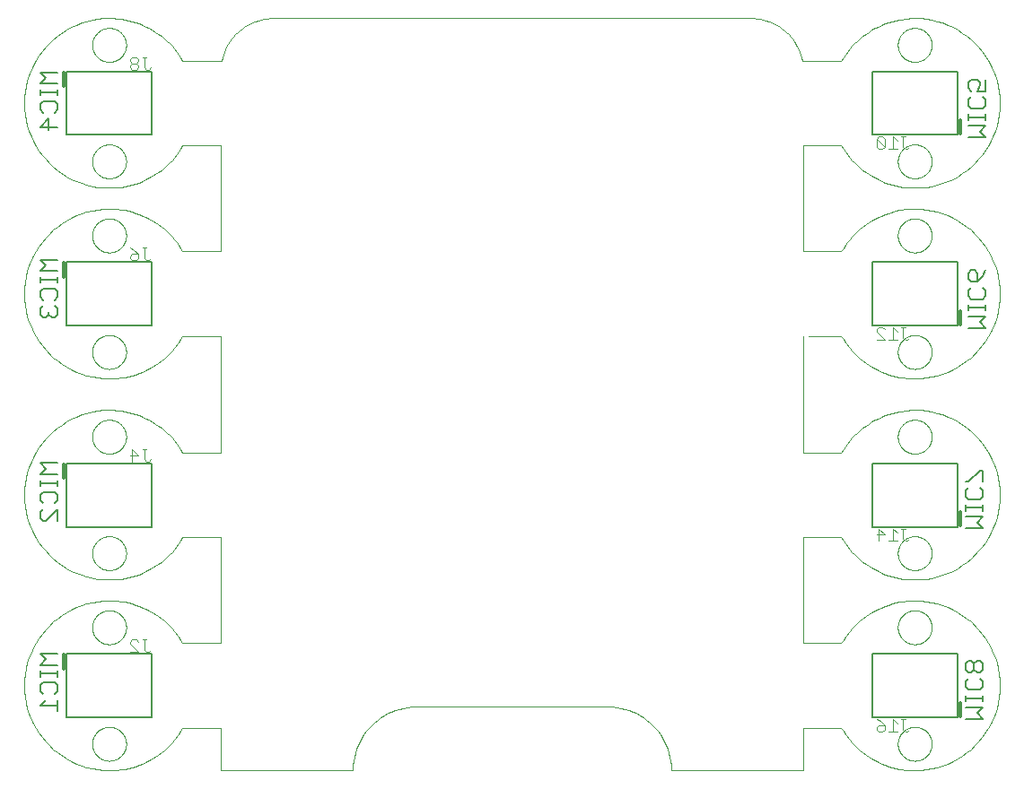
<source format=gbo>
G75*
%MOIN*%
%OFA0B0*%
%FSLAX25Y25*%
%IPPOS*%
%LPD*%
%AMOC8*
5,1,8,0,0,1.08239X$1,22.5*
%
%ADD10C,0.00000*%
%ADD11C,0.00600*%
%ADD12C,0.00500*%
%ADD13C,0.01200*%
%ADD14C,0.00400*%
D10*
X0022120Y0061838D02*
X0024098Y0061219D01*
X0026149Y0060800D01*
X0028199Y0060380D01*
X0030322Y0060160D01*
X0033953Y0060160D01*
X0035387Y0060259D01*
X0036791Y0060450D01*
X0038195Y0060642D01*
X0039570Y0060926D01*
X0040909Y0061297D01*
X0042248Y0061668D01*
X0043550Y0062124D01*
X0044811Y0062661D01*
X0046072Y0063198D01*
X0047291Y0063814D01*
X0049631Y0065195D01*
X0050752Y0065958D01*
X0051819Y0066789D01*
X0052886Y0067620D01*
X0053897Y0068518D01*
X0054848Y0069477D01*
X0055799Y0070436D01*
X0056688Y0071455D01*
X0058333Y0073603D01*
X0059087Y0074731D01*
X0059768Y0075908D01*
X0073831Y0075908D01*
X0073831Y0060160D01*
X0123044Y0060160D01*
X0123044Y0062011D01*
X0123208Y0063587D01*
X0123519Y0065109D01*
X0123831Y0066632D01*
X0124290Y0068100D01*
X0124882Y0069499D01*
X0125474Y0070898D01*
X0126198Y0072227D01*
X0127038Y0073471D01*
X0127879Y0074715D01*
X0128836Y0075874D01*
X0129894Y0076932D01*
X0130952Y0077990D01*
X0132111Y0078947D01*
X0133355Y0079788D01*
X0134599Y0080628D01*
X0135928Y0081352D01*
X0137327Y0081944D01*
X0138726Y0082536D01*
X0140194Y0082995D01*
X0141717Y0083307D01*
X0143239Y0083618D01*
X0144815Y0083782D01*
X0219383Y0083782D01*
X0220959Y0083618D01*
X0222482Y0083307D01*
X0224004Y0082995D01*
X0225472Y0082536D01*
X0226871Y0081944D01*
X0228270Y0081352D01*
X0229600Y0080628D01*
X0230844Y0079788D01*
X0232088Y0078947D01*
X0233247Y0077990D01*
X0235363Y0075874D01*
X0236320Y0074715D01*
X0237160Y0073471D01*
X0238001Y0072227D01*
X0238725Y0070898D01*
X0239317Y0069499D01*
X0239908Y0068100D01*
X0240368Y0066632D01*
X0240679Y0065109D01*
X0240991Y0063587D01*
X0241154Y0062011D01*
X0241154Y0060160D01*
X0290367Y0060160D01*
X0290367Y0075908D01*
X0304437Y0075908D01*
X0305118Y0074731D01*
X0305872Y0073603D01*
X0307516Y0071455D01*
X0308406Y0070436D01*
X0309357Y0069477D01*
X0310307Y0068518D01*
X0311319Y0067620D01*
X0312386Y0066789D01*
X0313453Y0065958D01*
X0314574Y0065195D01*
X0315744Y0064505D01*
X0316914Y0063814D01*
X0318133Y0063198D01*
X0319393Y0062661D01*
X0320654Y0062124D01*
X0321957Y0061668D01*
X0323296Y0061297D01*
X0324635Y0060926D01*
X0326009Y0060642D01*
X0328818Y0060259D01*
X0330252Y0060160D01*
X0333883Y0060160D01*
X0336006Y0060380D01*
X0338056Y0060800D01*
X0340107Y0061219D01*
X0342084Y0061838D01*
X0343968Y0062635D01*
X0345852Y0063432D01*
X0347643Y0064407D01*
X0349318Y0065539D01*
X0350994Y0066671D01*
X0352555Y0067960D01*
X0353980Y0069385D01*
X0355405Y0070810D01*
X0356694Y0072371D01*
X0358958Y0075722D01*
X0359933Y0077512D01*
X0361527Y0081280D01*
X0362145Y0083258D01*
X0362565Y0085308D01*
X0362984Y0087359D01*
X0363205Y0089482D01*
X0363205Y0093830D01*
X0362984Y0095953D01*
X0362565Y0098003D01*
X0362145Y0100054D01*
X0361527Y0102032D01*
X0360730Y0103916D01*
X0359933Y0105800D01*
X0358958Y0107590D01*
X0357826Y0109266D01*
X0356694Y0110941D01*
X0355405Y0112502D01*
X0352555Y0115352D01*
X0350994Y0116641D01*
X0347643Y0118905D01*
X0345852Y0119880D01*
X0343968Y0120677D01*
X0342084Y0121474D01*
X0340107Y0122092D01*
X0338056Y0122512D01*
X0336006Y0122932D01*
X0333883Y0123152D01*
X0330252Y0123152D01*
X0328818Y0123053D01*
X0327414Y0122861D01*
X0326009Y0122670D01*
X0324635Y0122385D01*
X0323296Y0122015D01*
X0321957Y0121644D01*
X0320654Y0121187D01*
X0319393Y0120651D01*
X0318133Y0120114D01*
X0316914Y0119497D01*
X0315744Y0118807D01*
X0314574Y0118117D01*
X0313453Y0117353D01*
X0312386Y0116523D01*
X0311319Y0115692D01*
X0310307Y0114794D01*
X0309357Y0113835D01*
X0308406Y0112876D01*
X0307516Y0111857D01*
X0305872Y0109709D01*
X0305118Y0108580D01*
X0304437Y0107404D01*
X0290367Y0107404D01*
X0290367Y0146772D01*
X0304437Y0146772D01*
X0305118Y0145595D01*
X0305872Y0144467D01*
X0307516Y0142319D01*
X0308406Y0141299D01*
X0309357Y0140341D01*
X0310307Y0139382D01*
X0311319Y0138484D01*
X0312386Y0137653D01*
X0313453Y0136822D01*
X0314574Y0136059D01*
X0315744Y0135368D01*
X0316914Y0134678D01*
X0318133Y0134062D01*
X0319393Y0133525D01*
X0320654Y0132988D01*
X0321957Y0132531D01*
X0323296Y0132161D01*
X0324635Y0131790D01*
X0326009Y0131506D01*
X0327414Y0131314D01*
X0328818Y0131123D01*
X0330252Y0131024D01*
X0333883Y0131024D01*
X0336006Y0131244D01*
X0338056Y0131664D01*
X0340107Y0132083D01*
X0342084Y0132702D01*
X0343968Y0133499D01*
X0345852Y0134296D01*
X0347643Y0135271D01*
X0349318Y0136403D01*
X0350994Y0137535D01*
X0352555Y0138824D01*
X0355405Y0141674D01*
X0356694Y0143234D01*
X0357826Y0144910D01*
X0358958Y0146586D01*
X0359933Y0148376D01*
X0360730Y0150260D01*
X0361527Y0152144D01*
X0362145Y0154122D01*
X0362565Y0156172D01*
X0362984Y0158223D01*
X0363205Y0160345D01*
X0363205Y0164694D01*
X0362984Y0166817D01*
X0362565Y0168867D01*
X0362145Y0170918D01*
X0361527Y0172895D01*
X0359933Y0176664D01*
X0358958Y0178454D01*
X0356694Y0181805D01*
X0355405Y0183366D01*
X0352555Y0186216D01*
X0350994Y0187505D01*
X0347643Y0189769D01*
X0345852Y0190744D01*
X0343968Y0191541D01*
X0342084Y0192338D01*
X0340107Y0192956D01*
X0338056Y0193376D01*
X0336006Y0193795D01*
X0333883Y0194016D01*
X0330252Y0194016D01*
X0328818Y0193917D01*
X0326009Y0193533D01*
X0324635Y0193249D01*
X0321957Y0192508D01*
X0320654Y0192051D01*
X0319393Y0191515D01*
X0318133Y0190978D01*
X0316914Y0190361D01*
X0315744Y0189671D01*
X0314574Y0188981D01*
X0313453Y0188217D01*
X0312386Y0187386D01*
X0311319Y0186556D01*
X0310307Y0185658D01*
X0309357Y0184699D01*
X0308406Y0183740D01*
X0307516Y0182721D01*
X0306694Y0181647D01*
X0305872Y0180573D01*
X0305118Y0179444D01*
X0304437Y0178268D01*
X0290367Y0178268D01*
X0290367Y0221575D01*
X0292126Y0221575D02*
X0304437Y0221575D01*
X0305118Y0220398D01*
X0305872Y0219270D01*
X0307516Y0217122D01*
X0308406Y0216103D01*
X0309357Y0215144D01*
X0310307Y0214185D01*
X0311319Y0213287D01*
X0312386Y0212456D01*
X0313453Y0211625D01*
X0314574Y0210862D01*
X0315744Y0210172D01*
X0316914Y0209481D01*
X0318133Y0208865D01*
X0319393Y0208328D01*
X0320654Y0207791D01*
X0321957Y0207335D01*
X0323296Y0206964D01*
X0324635Y0206593D01*
X0326009Y0206309D01*
X0327414Y0206118D01*
X0328818Y0205926D01*
X0330252Y0205827D01*
X0333883Y0205827D01*
X0336006Y0206047D01*
X0338056Y0206467D01*
X0340107Y0206886D01*
X0342084Y0207505D01*
X0343968Y0208302D01*
X0345852Y0209099D01*
X0347643Y0210074D01*
X0350994Y0212338D01*
X0352555Y0213627D01*
X0355405Y0216477D01*
X0356694Y0218038D01*
X0357826Y0219713D01*
X0358958Y0221389D01*
X0359933Y0223179D01*
X0361527Y0226947D01*
X0362145Y0228925D01*
X0362565Y0230975D01*
X0362984Y0233026D01*
X0363205Y0235149D01*
X0363205Y0239497D01*
X0362984Y0241620D01*
X0362565Y0243670D01*
X0362145Y0245721D01*
X0361527Y0247698D01*
X0360730Y0249583D01*
X0359933Y0251467D01*
X0358958Y0253257D01*
X0357826Y0254933D01*
X0356694Y0256608D01*
X0355405Y0258169D01*
X0353980Y0259594D01*
X0352555Y0261019D01*
X0350994Y0262308D01*
X0347643Y0264572D01*
X0345852Y0265547D01*
X0343968Y0266344D01*
X0342084Y0267141D01*
X0340107Y0267759D01*
X0338056Y0268179D01*
X0336006Y0268599D01*
X0333883Y0268819D01*
X0330252Y0268819D01*
X0328818Y0268720D01*
X0326009Y0268337D01*
X0324635Y0268052D01*
X0321957Y0267311D01*
X0320654Y0266854D01*
X0319393Y0266318D01*
X0318133Y0265781D01*
X0316914Y0265164D01*
X0315744Y0264474D01*
X0314574Y0263784D01*
X0313453Y0263020D01*
X0312386Y0262190D01*
X0311319Y0261359D01*
X0310307Y0260461D01*
X0309357Y0259502D01*
X0308406Y0258543D01*
X0307516Y0257524D01*
X0306694Y0256450D01*
X0305872Y0255376D01*
X0305118Y0254247D01*
X0304437Y0253071D01*
X0290367Y0253071D01*
X0290367Y0292443D01*
X0304437Y0292443D01*
X0305118Y0291267D01*
X0305872Y0290138D01*
X0307516Y0287991D01*
X0308406Y0286971D01*
X0309357Y0286012D01*
X0310307Y0285053D01*
X0311319Y0284155D01*
X0312386Y0283325D01*
X0313453Y0282494D01*
X0314574Y0281730D01*
X0315744Y0281040D01*
X0316914Y0280350D01*
X0318133Y0279733D01*
X0320654Y0278660D01*
X0321957Y0278203D01*
X0324635Y0277462D01*
X0326009Y0277178D01*
X0327414Y0276986D01*
X0328818Y0276794D01*
X0330252Y0276695D01*
X0333883Y0276695D01*
X0336006Y0276916D01*
X0338056Y0277335D01*
X0340107Y0277755D01*
X0342084Y0278373D01*
X0343968Y0279170D01*
X0345852Y0279967D01*
X0347643Y0280942D01*
X0349318Y0282074D01*
X0350994Y0283206D01*
X0352555Y0284495D01*
X0353980Y0285920D01*
X0355405Y0287345D01*
X0356694Y0288906D01*
X0358958Y0292257D01*
X0359933Y0294048D01*
X0360730Y0295932D01*
X0361527Y0297816D01*
X0362145Y0299794D01*
X0362565Y0301844D01*
X0362984Y0303894D01*
X0363205Y0306017D01*
X0363205Y0310366D01*
X0362984Y0312489D01*
X0362565Y0314539D01*
X0362145Y0316589D01*
X0361527Y0318567D01*
X0359933Y0322335D01*
X0358958Y0324126D01*
X0356694Y0327477D01*
X0355405Y0329038D01*
X0353980Y0330462D01*
X0352555Y0331887D01*
X0350994Y0333176D01*
X0349318Y0334308D01*
X0347643Y0335440D01*
X0345852Y0336415D01*
X0343968Y0337212D01*
X0342084Y0338009D01*
X0340107Y0338628D01*
X0338056Y0339048D01*
X0336006Y0339467D01*
X0333883Y0339687D01*
X0330252Y0339687D01*
X0328818Y0339588D01*
X0326009Y0339205D01*
X0324635Y0338921D01*
X0323296Y0338550D01*
X0321957Y0338180D01*
X0320654Y0337723D01*
X0319393Y0337186D01*
X0318133Y0336649D01*
X0316914Y0336033D01*
X0315744Y0335343D01*
X0314574Y0334653D01*
X0313453Y0333889D01*
X0312386Y0333058D01*
X0311319Y0332227D01*
X0310307Y0331329D01*
X0309357Y0330370D01*
X0308406Y0329412D01*
X0307516Y0328392D01*
X0305872Y0326244D01*
X0305118Y0325116D01*
X0304437Y0323939D01*
X0289972Y0323939D01*
X0289744Y0325062D01*
X0289420Y0326151D01*
X0289010Y0327196D01*
X0288599Y0328241D01*
X0288102Y0329242D01*
X0286952Y0331139D01*
X0286299Y0332036D01*
X0285578Y0332871D01*
X0284856Y0333706D01*
X0284065Y0334479D01*
X0283214Y0335183D01*
X0282363Y0335886D01*
X0281452Y0336519D01*
X0280489Y0337074D01*
X0279527Y0337628D01*
X0278513Y0338103D01*
X0277457Y0338490D01*
X0276401Y0338877D01*
X0275302Y0339177D01*
X0274170Y0339379D01*
X0273038Y0339582D01*
X0271872Y0339687D01*
X0092326Y0339687D01*
X0091160Y0339582D01*
X0090028Y0339379D01*
X0088896Y0339177D01*
X0087798Y0338877D01*
X0086741Y0338490D01*
X0085685Y0338103D01*
X0084671Y0337628D01*
X0083709Y0337074D01*
X0082747Y0336519D01*
X0081835Y0335886D01*
X0080984Y0335183D01*
X0080133Y0334479D01*
X0079343Y0333706D01*
X0078621Y0332871D01*
X0077899Y0332036D01*
X0077246Y0331139D01*
X0076096Y0329242D01*
X0075599Y0328241D01*
X0075189Y0327196D01*
X0074778Y0326151D01*
X0074455Y0325062D01*
X0074227Y0323939D01*
X0059768Y0323939D01*
X0059087Y0325116D01*
X0058333Y0326244D01*
X0057511Y0327318D01*
X0056688Y0328392D01*
X0055799Y0329412D01*
X0054848Y0330370D01*
X0053897Y0331329D01*
X0052886Y0332227D01*
X0051819Y0333058D01*
X0050752Y0333889D01*
X0049631Y0334653D01*
X0047291Y0336033D01*
X0046072Y0336649D01*
X0044811Y0337186D01*
X0043550Y0337723D01*
X0042248Y0338180D01*
X0040909Y0338550D01*
X0039570Y0338921D01*
X0038195Y0339205D01*
X0036791Y0339397D01*
X0035387Y0339588D01*
X0033953Y0339687D01*
X0030322Y0339687D01*
X0028199Y0339467D01*
X0026149Y0339047D01*
X0024098Y0338628D01*
X0022120Y0338009D01*
X0020236Y0337212D01*
X0018352Y0336415D01*
X0016562Y0335440D01*
X0013211Y0333176D01*
X0011650Y0331887D01*
X0010225Y0330462D01*
X0008800Y0329037D01*
X0007511Y0327477D01*
X0006379Y0325801D01*
X0005247Y0324125D01*
X0004272Y0322335D01*
X0002678Y0318567D01*
X0002059Y0316589D01*
X0001640Y0314539D01*
X0001220Y0312489D01*
X0001000Y0310366D01*
X0001000Y0306017D01*
X0001220Y0303894D01*
X0001640Y0301844D01*
X0002059Y0299793D01*
X0002678Y0297816D01*
X0003475Y0295932D01*
X0004272Y0294048D01*
X0005247Y0292257D01*
X0006379Y0290582D01*
X0007511Y0288906D01*
X0008800Y0287345D01*
X0010225Y0285920D01*
X0011650Y0284495D01*
X0013211Y0283206D01*
X0016562Y0280942D01*
X0018352Y0279967D01*
X0020236Y0279170D01*
X0022120Y0278373D01*
X0024098Y0277755D01*
X0026149Y0277335D01*
X0028199Y0276916D01*
X0030322Y0276695D01*
X0033953Y0276695D01*
X0035387Y0276794D01*
X0036791Y0276986D01*
X0038195Y0277178D01*
X0039570Y0277462D01*
X0040909Y0277832D01*
X0042248Y0278203D01*
X0043550Y0278660D01*
X0044811Y0279197D01*
X0046072Y0279733D01*
X0047291Y0280350D01*
X0049631Y0281730D01*
X0050752Y0282494D01*
X0051819Y0283325D01*
X0052886Y0284155D01*
X0053897Y0285053D01*
X0054848Y0286012D01*
X0055799Y0286971D01*
X0056688Y0287991D01*
X0057511Y0289064D01*
X0058333Y0290138D01*
X0059087Y0291267D01*
X0059768Y0292443D01*
X0073831Y0292443D01*
X0073831Y0253071D01*
X0059768Y0253071D01*
X0059087Y0254247D01*
X0058333Y0255376D01*
X0057510Y0256450D01*
X0056688Y0257524D01*
X0055799Y0258543D01*
X0054848Y0259502D01*
X0053897Y0260461D01*
X0052886Y0261359D01*
X0051819Y0262190D01*
X0050752Y0263020D01*
X0049631Y0263784D01*
X0047290Y0265164D01*
X0046072Y0265781D01*
X0044811Y0266318D01*
X0043550Y0266854D01*
X0042248Y0267311D01*
X0040909Y0267682D01*
X0039570Y0268052D01*
X0038195Y0268337D01*
X0036791Y0268528D01*
X0035387Y0268720D01*
X0033953Y0268819D01*
X0030322Y0268819D01*
X0028199Y0268599D01*
X0026149Y0268179D01*
X0024098Y0267759D01*
X0022120Y0267141D01*
X0020236Y0266344D01*
X0018352Y0265547D01*
X0016562Y0264572D01*
X0014886Y0263440D01*
X0013211Y0262308D01*
X0011650Y0261019D01*
X0010225Y0259594D01*
X0008800Y0258169D01*
X0007511Y0256608D01*
X0006379Y0254933D01*
X0005247Y0253257D01*
X0004272Y0251467D01*
X0002678Y0247698D01*
X0002059Y0245721D01*
X0001640Y0243670D01*
X0001220Y0241620D01*
X0001000Y0239497D01*
X0001000Y0235149D01*
X0001220Y0233026D01*
X0001640Y0230975D01*
X0002059Y0228925D01*
X0002678Y0226947D01*
X0003475Y0225063D01*
X0004272Y0223179D01*
X0005247Y0221389D01*
X0006379Y0219713D01*
X0007511Y0218037D01*
X0008800Y0216477D01*
X0011650Y0213627D01*
X0013211Y0212338D01*
X0014886Y0211206D01*
X0016562Y0210074D01*
X0018352Y0209099D01*
X0020236Y0208302D01*
X0022120Y0207505D01*
X0024098Y0206886D01*
X0026149Y0206467D01*
X0028199Y0206047D01*
X0030322Y0205827D01*
X0033953Y0205827D01*
X0035387Y0205926D01*
X0036791Y0206117D01*
X0038195Y0206309D01*
X0039570Y0206593D01*
X0040909Y0206964D01*
X0042248Y0207334D01*
X0043550Y0207791D01*
X0044811Y0208328D01*
X0046072Y0208865D01*
X0047291Y0209481D01*
X0049631Y0210862D01*
X0050752Y0211625D01*
X0051819Y0212456D01*
X0052886Y0213287D01*
X0053897Y0214185D01*
X0054848Y0215144D01*
X0055799Y0216102D01*
X0056688Y0217122D01*
X0058333Y0219270D01*
X0059087Y0220398D01*
X0059768Y0221575D01*
X0073831Y0221575D01*
X0073831Y0178268D01*
X0059768Y0178268D01*
X0059087Y0179444D01*
X0058333Y0180573D01*
X0057511Y0181647D01*
X0056688Y0182721D01*
X0055799Y0183740D01*
X0054848Y0184699D01*
X0053897Y0185658D01*
X0052886Y0186556D01*
X0051819Y0187386D01*
X0050752Y0188217D01*
X0049631Y0188981D01*
X0047291Y0190361D01*
X0046072Y0190978D01*
X0044811Y0191515D01*
X0043550Y0192051D01*
X0042248Y0192508D01*
X0039570Y0193249D01*
X0038195Y0193533D01*
X0036791Y0193725D01*
X0035387Y0193917D01*
X0033953Y0194016D01*
X0030322Y0194016D01*
X0028199Y0193795D01*
X0026149Y0193376D01*
X0024098Y0192956D01*
X0022120Y0192338D01*
X0020236Y0191541D01*
X0018352Y0190744D01*
X0016562Y0189769D01*
X0014886Y0188637D01*
X0013211Y0187505D01*
X0011650Y0186216D01*
X0010225Y0184791D01*
X0008800Y0183366D01*
X0007511Y0181805D01*
X0006379Y0180129D01*
X0005247Y0178454D01*
X0004272Y0176663D01*
X0003475Y0174779D01*
X0002678Y0172895D01*
X0002059Y0170918D01*
X0001640Y0168867D01*
X0001220Y0166817D01*
X0001000Y0164694D01*
X0001000Y0160345D01*
X0001220Y0158222D01*
X0001640Y0156172D01*
X0002059Y0154122D01*
X0002678Y0152144D01*
X0004272Y0148376D01*
X0005247Y0146586D01*
X0006379Y0144910D01*
X0007511Y0143234D01*
X0008800Y0141674D01*
X0010225Y0140249D01*
X0011650Y0138824D01*
X0013211Y0137535D01*
X0016562Y0135271D01*
X0018352Y0134296D01*
X0020236Y0133499D01*
X0022120Y0132702D01*
X0024098Y0132083D01*
X0028199Y0131244D01*
X0030322Y0131024D01*
X0033953Y0131024D01*
X0035387Y0131123D01*
X0036791Y0131314D01*
X0038195Y0131506D01*
X0039570Y0131790D01*
X0040909Y0132161D01*
X0042248Y0132531D01*
X0043550Y0132988D01*
X0044811Y0133525D01*
X0046072Y0134062D01*
X0047291Y0134678D01*
X0049631Y0136059D01*
X0050752Y0136822D01*
X0051819Y0137653D01*
X0052886Y0138484D01*
X0053897Y0139382D01*
X0054848Y0140341D01*
X0055799Y0141299D01*
X0056688Y0142319D01*
X0058333Y0144467D01*
X0059087Y0145595D01*
X0059768Y0146772D01*
X0073831Y0146772D01*
X0073831Y0107404D01*
X0059768Y0107404D01*
X0059087Y0108580D01*
X0058333Y0109709D01*
X0056688Y0111857D01*
X0055799Y0112876D01*
X0054848Y0113835D01*
X0053897Y0114794D01*
X0052886Y0115692D01*
X0051819Y0116523D01*
X0050752Y0117353D01*
X0049631Y0118117D01*
X0047291Y0119497D01*
X0046072Y0120114D01*
X0044811Y0120651D01*
X0043550Y0121187D01*
X0042248Y0121644D01*
X0040909Y0122015D01*
X0039570Y0122385D01*
X0038195Y0122670D01*
X0036791Y0122861D01*
X0035387Y0123053D01*
X0033953Y0123152D01*
X0030322Y0123152D01*
X0028199Y0122932D01*
X0026149Y0122512D01*
X0024098Y0122092D01*
X0022120Y0121474D01*
X0020236Y0120677D01*
X0018352Y0119880D01*
X0016562Y0118905D01*
X0014886Y0117773D01*
X0013211Y0116641D01*
X0011650Y0115352D01*
X0010225Y0113927D01*
X0008800Y0112502D01*
X0007511Y0110941D01*
X0006379Y0109266D01*
X0005247Y0107590D01*
X0004272Y0105800D01*
X0003475Y0103916D01*
X0002678Y0102031D01*
X0002059Y0100054D01*
X0001640Y0098003D01*
X0001220Y0095953D01*
X0001000Y0093830D01*
X0001000Y0089481D01*
X0001220Y0087359D01*
X0001640Y0085308D01*
X0002059Y0083258D01*
X0002678Y0081280D01*
X0004272Y0077512D01*
X0005247Y0075722D01*
X0006379Y0074046D01*
X0007511Y0072371D01*
X0008800Y0070810D01*
X0010225Y0069385D01*
X0011650Y0067960D01*
X0013211Y0066671D01*
X0016562Y0064407D01*
X0018352Y0063432D01*
X0020236Y0062635D01*
X0022120Y0061838D01*
X0026197Y0069961D02*
X0026199Y0070119D01*
X0026205Y0070277D01*
X0026215Y0070435D01*
X0026229Y0070593D01*
X0026247Y0070750D01*
X0026268Y0070907D01*
X0026294Y0071063D01*
X0026324Y0071219D01*
X0026357Y0071374D01*
X0026395Y0071527D01*
X0026436Y0071680D01*
X0026481Y0071832D01*
X0026530Y0071983D01*
X0026583Y0072132D01*
X0026639Y0072280D01*
X0026699Y0072426D01*
X0026763Y0072571D01*
X0026831Y0072714D01*
X0026902Y0072856D01*
X0026976Y0072996D01*
X0027054Y0073133D01*
X0027136Y0073269D01*
X0027220Y0073403D01*
X0027309Y0073534D01*
X0027400Y0073663D01*
X0027495Y0073790D01*
X0027592Y0073915D01*
X0027693Y0074037D01*
X0027797Y0074156D01*
X0027904Y0074273D01*
X0028014Y0074387D01*
X0028127Y0074498D01*
X0028242Y0074607D01*
X0028360Y0074712D01*
X0028481Y0074814D01*
X0028604Y0074914D01*
X0028730Y0075010D01*
X0028858Y0075103D01*
X0028988Y0075193D01*
X0029121Y0075279D01*
X0029256Y0075363D01*
X0029392Y0075442D01*
X0029531Y0075519D01*
X0029672Y0075591D01*
X0029814Y0075661D01*
X0029958Y0075726D01*
X0030104Y0075788D01*
X0030251Y0075846D01*
X0030400Y0075901D01*
X0030550Y0075952D01*
X0030701Y0075999D01*
X0030853Y0076042D01*
X0031006Y0076081D01*
X0031161Y0076117D01*
X0031316Y0076148D01*
X0031472Y0076176D01*
X0031628Y0076200D01*
X0031785Y0076220D01*
X0031943Y0076236D01*
X0032100Y0076248D01*
X0032259Y0076256D01*
X0032417Y0076260D01*
X0032575Y0076260D01*
X0032733Y0076256D01*
X0032892Y0076248D01*
X0033049Y0076236D01*
X0033207Y0076220D01*
X0033364Y0076200D01*
X0033520Y0076176D01*
X0033676Y0076148D01*
X0033831Y0076117D01*
X0033986Y0076081D01*
X0034139Y0076042D01*
X0034291Y0075999D01*
X0034442Y0075952D01*
X0034592Y0075901D01*
X0034741Y0075846D01*
X0034888Y0075788D01*
X0035034Y0075726D01*
X0035178Y0075661D01*
X0035320Y0075591D01*
X0035461Y0075519D01*
X0035600Y0075442D01*
X0035736Y0075363D01*
X0035871Y0075279D01*
X0036004Y0075193D01*
X0036134Y0075103D01*
X0036262Y0075010D01*
X0036388Y0074914D01*
X0036511Y0074814D01*
X0036632Y0074712D01*
X0036750Y0074607D01*
X0036865Y0074498D01*
X0036978Y0074387D01*
X0037088Y0074273D01*
X0037195Y0074156D01*
X0037299Y0074037D01*
X0037400Y0073915D01*
X0037497Y0073790D01*
X0037592Y0073663D01*
X0037683Y0073534D01*
X0037772Y0073403D01*
X0037856Y0073269D01*
X0037938Y0073133D01*
X0038016Y0072996D01*
X0038090Y0072856D01*
X0038161Y0072714D01*
X0038229Y0072571D01*
X0038293Y0072426D01*
X0038353Y0072280D01*
X0038409Y0072132D01*
X0038462Y0071983D01*
X0038511Y0071832D01*
X0038556Y0071680D01*
X0038597Y0071527D01*
X0038635Y0071374D01*
X0038668Y0071219D01*
X0038698Y0071063D01*
X0038724Y0070907D01*
X0038745Y0070750D01*
X0038763Y0070593D01*
X0038777Y0070435D01*
X0038787Y0070277D01*
X0038793Y0070119D01*
X0038795Y0069961D01*
X0038793Y0069803D01*
X0038787Y0069645D01*
X0038777Y0069487D01*
X0038763Y0069329D01*
X0038745Y0069172D01*
X0038724Y0069015D01*
X0038698Y0068859D01*
X0038668Y0068703D01*
X0038635Y0068548D01*
X0038597Y0068395D01*
X0038556Y0068242D01*
X0038511Y0068090D01*
X0038462Y0067939D01*
X0038409Y0067790D01*
X0038353Y0067642D01*
X0038293Y0067496D01*
X0038229Y0067351D01*
X0038161Y0067208D01*
X0038090Y0067066D01*
X0038016Y0066926D01*
X0037938Y0066789D01*
X0037856Y0066653D01*
X0037772Y0066519D01*
X0037683Y0066388D01*
X0037592Y0066259D01*
X0037497Y0066132D01*
X0037400Y0066007D01*
X0037299Y0065885D01*
X0037195Y0065766D01*
X0037088Y0065649D01*
X0036978Y0065535D01*
X0036865Y0065424D01*
X0036750Y0065315D01*
X0036632Y0065210D01*
X0036511Y0065108D01*
X0036388Y0065008D01*
X0036262Y0064912D01*
X0036134Y0064819D01*
X0036004Y0064729D01*
X0035871Y0064643D01*
X0035736Y0064559D01*
X0035600Y0064480D01*
X0035461Y0064403D01*
X0035320Y0064331D01*
X0035178Y0064261D01*
X0035034Y0064196D01*
X0034888Y0064134D01*
X0034741Y0064076D01*
X0034592Y0064021D01*
X0034442Y0063970D01*
X0034291Y0063923D01*
X0034139Y0063880D01*
X0033986Y0063841D01*
X0033831Y0063805D01*
X0033676Y0063774D01*
X0033520Y0063746D01*
X0033364Y0063722D01*
X0033207Y0063702D01*
X0033049Y0063686D01*
X0032892Y0063674D01*
X0032733Y0063666D01*
X0032575Y0063662D01*
X0032417Y0063662D01*
X0032259Y0063666D01*
X0032100Y0063674D01*
X0031943Y0063686D01*
X0031785Y0063702D01*
X0031628Y0063722D01*
X0031472Y0063746D01*
X0031316Y0063774D01*
X0031161Y0063805D01*
X0031006Y0063841D01*
X0030853Y0063880D01*
X0030701Y0063923D01*
X0030550Y0063970D01*
X0030400Y0064021D01*
X0030251Y0064076D01*
X0030104Y0064134D01*
X0029958Y0064196D01*
X0029814Y0064261D01*
X0029672Y0064331D01*
X0029531Y0064403D01*
X0029392Y0064480D01*
X0029256Y0064559D01*
X0029121Y0064643D01*
X0028988Y0064729D01*
X0028858Y0064819D01*
X0028730Y0064912D01*
X0028604Y0065008D01*
X0028481Y0065108D01*
X0028360Y0065210D01*
X0028242Y0065315D01*
X0028127Y0065424D01*
X0028014Y0065535D01*
X0027904Y0065649D01*
X0027797Y0065766D01*
X0027693Y0065885D01*
X0027592Y0066007D01*
X0027495Y0066132D01*
X0027400Y0066259D01*
X0027309Y0066388D01*
X0027220Y0066519D01*
X0027136Y0066653D01*
X0027054Y0066789D01*
X0026976Y0066926D01*
X0026902Y0067066D01*
X0026831Y0067208D01*
X0026763Y0067351D01*
X0026699Y0067496D01*
X0026639Y0067642D01*
X0026583Y0067790D01*
X0026530Y0067939D01*
X0026481Y0068090D01*
X0026436Y0068242D01*
X0026395Y0068395D01*
X0026357Y0068548D01*
X0026324Y0068703D01*
X0026294Y0068859D01*
X0026268Y0069015D01*
X0026247Y0069172D01*
X0026229Y0069329D01*
X0026215Y0069487D01*
X0026205Y0069645D01*
X0026199Y0069803D01*
X0026197Y0069961D01*
X0026197Y0113268D02*
X0026199Y0113426D01*
X0026205Y0113584D01*
X0026215Y0113742D01*
X0026229Y0113900D01*
X0026247Y0114057D01*
X0026268Y0114214D01*
X0026294Y0114370D01*
X0026324Y0114526D01*
X0026357Y0114681D01*
X0026395Y0114834D01*
X0026436Y0114987D01*
X0026481Y0115139D01*
X0026530Y0115290D01*
X0026583Y0115439D01*
X0026639Y0115587D01*
X0026699Y0115733D01*
X0026763Y0115878D01*
X0026831Y0116021D01*
X0026902Y0116163D01*
X0026976Y0116303D01*
X0027054Y0116440D01*
X0027136Y0116576D01*
X0027220Y0116710D01*
X0027309Y0116841D01*
X0027400Y0116970D01*
X0027495Y0117097D01*
X0027592Y0117222D01*
X0027693Y0117344D01*
X0027797Y0117463D01*
X0027904Y0117580D01*
X0028014Y0117694D01*
X0028127Y0117805D01*
X0028242Y0117914D01*
X0028360Y0118019D01*
X0028481Y0118121D01*
X0028604Y0118221D01*
X0028730Y0118317D01*
X0028858Y0118410D01*
X0028988Y0118500D01*
X0029121Y0118586D01*
X0029256Y0118670D01*
X0029392Y0118749D01*
X0029531Y0118826D01*
X0029672Y0118898D01*
X0029814Y0118968D01*
X0029958Y0119033D01*
X0030104Y0119095D01*
X0030251Y0119153D01*
X0030400Y0119208D01*
X0030550Y0119259D01*
X0030701Y0119306D01*
X0030853Y0119349D01*
X0031006Y0119388D01*
X0031161Y0119424D01*
X0031316Y0119455D01*
X0031472Y0119483D01*
X0031628Y0119507D01*
X0031785Y0119527D01*
X0031943Y0119543D01*
X0032100Y0119555D01*
X0032259Y0119563D01*
X0032417Y0119567D01*
X0032575Y0119567D01*
X0032733Y0119563D01*
X0032892Y0119555D01*
X0033049Y0119543D01*
X0033207Y0119527D01*
X0033364Y0119507D01*
X0033520Y0119483D01*
X0033676Y0119455D01*
X0033831Y0119424D01*
X0033986Y0119388D01*
X0034139Y0119349D01*
X0034291Y0119306D01*
X0034442Y0119259D01*
X0034592Y0119208D01*
X0034741Y0119153D01*
X0034888Y0119095D01*
X0035034Y0119033D01*
X0035178Y0118968D01*
X0035320Y0118898D01*
X0035461Y0118826D01*
X0035600Y0118749D01*
X0035736Y0118670D01*
X0035871Y0118586D01*
X0036004Y0118500D01*
X0036134Y0118410D01*
X0036262Y0118317D01*
X0036388Y0118221D01*
X0036511Y0118121D01*
X0036632Y0118019D01*
X0036750Y0117914D01*
X0036865Y0117805D01*
X0036978Y0117694D01*
X0037088Y0117580D01*
X0037195Y0117463D01*
X0037299Y0117344D01*
X0037400Y0117222D01*
X0037497Y0117097D01*
X0037592Y0116970D01*
X0037683Y0116841D01*
X0037772Y0116710D01*
X0037856Y0116576D01*
X0037938Y0116440D01*
X0038016Y0116303D01*
X0038090Y0116163D01*
X0038161Y0116021D01*
X0038229Y0115878D01*
X0038293Y0115733D01*
X0038353Y0115587D01*
X0038409Y0115439D01*
X0038462Y0115290D01*
X0038511Y0115139D01*
X0038556Y0114987D01*
X0038597Y0114834D01*
X0038635Y0114681D01*
X0038668Y0114526D01*
X0038698Y0114370D01*
X0038724Y0114214D01*
X0038745Y0114057D01*
X0038763Y0113900D01*
X0038777Y0113742D01*
X0038787Y0113584D01*
X0038793Y0113426D01*
X0038795Y0113268D01*
X0038793Y0113110D01*
X0038787Y0112952D01*
X0038777Y0112794D01*
X0038763Y0112636D01*
X0038745Y0112479D01*
X0038724Y0112322D01*
X0038698Y0112166D01*
X0038668Y0112010D01*
X0038635Y0111855D01*
X0038597Y0111702D01*
X0038556Y0111549D01*
X0038511Y0111397D01*
X0038462Y0111246D01*
X0038409Y0111097D01*
X0038353Y0110949D01*
X0038293Y0110803D01*
X0038229Y0110658D01*
X0038161Y0110515D01*
X0038090Y0110373D01*
X0038016Y0110233D01*
X0037938Y0110096D01*
X0037856Y0109960D01*
X0037772Y0109826D01*
X0037683Y0109695D01*
X0037592Y0109566D01*
X0037497Y0109439D01*
X0037400Y0109314D01*
X0037299Y0109192D01*
X0037195Y0109073D01*
X0037088Y0108956D01*
X0036978Y0108842D01*
X0036865Y0108731D01*
X0036750Y0108622D01*
X0036632Y0108517D01*
X0036511Y0108415D01*
X0036388Y0108315D01*
X0036262Y0108219D01*
X0036134Y0108126D01*
X0036004Y0108036D01*
X0035871Y0107950D01*
X0035736Y0107866D01*
X0035600Y0107787D01*
X0035461Y0107710D01*
X0035320Y0107638D01*
X0035178Y0107568D01*
X0035034Y0107503D01*
X0034888Y0107441D01*
X0034741Y0107383D01*
X0034592Y0107328D01*
X0034442Y0107277D01*
X0034291Y0107230D01*
X0034139Y0107187D01*
X0033986Y0107148D01*
X0033831Y0107112D01*
X0033676Y0107081D01*
X0033520Y0107053D01*
X0033364Y0107029D01*
X0033207Y0107009D01*
X0033049Y0106993D01*
X0032892Y0106981D01*
X0032733Y0106973D01*
X0032575Y0106969D01*
X0032417Y0106969D01*
X0032259Y0106973D01*
X0032100Y0106981D01*
X0031943Y0106993D01*
X0031785Y0107009D01*
X0031628Y0107029D01*
X0031472Y0107053D01*
X0031316Y0107081D01*
X0031161Y0107112D01*
X0031006Y0107148D01*
X0030853Y0107187D01*
X0030701Y0107230D01*
X0030550Y0107277D01*
X0030400Y0107328D01*
X0030251Y0107383D01*
X0030104Y0107441D01*
X0029958Y0107503D01*
X0029814Y0107568D01*
X0029672Y0107638D01*
X0029531Y0107710D01*
X0029392Y0107787D01*
X0029256Y0107866D01*
X0029121Y0107950D01*
X0028988Y0108036D01*
X0028858Y0108126D01*
X0028730Y0108219D01*
X0028604Y0108315D01*
X0028481Y0108415D01*
X0028360Y0108517D01*
X0028242Y0108622D01*
X0028127Y0108731D01*
X0028014Y0108842D01*
X0027904Y0108956D01*
X0027797Y0109073D01*
X0027693Y0109192D01*
X0027592Y0109314D01*
X0027495Y0109439D01*
X0027400Y0109566D01*
X0027309Y0109695D01*
X0027220Y0109826D01*
X0027136Y0109960D01*
X0027054Y0110096D01*
X0026976Y0110233D01*
X0026902Y0110373D01*
X0026831Y0110515D01*
X0026763Y0110658D01*
X0026699Y0110803D01*
X0026639Y0110949D01*
X0026583Y0111097D01*
X0026530Y0111246D01*
X0026481Y0111397D01*
X0026436Y0111549D01*
X0026395Y0111702D01*
X0026357Y0111855D01*
X0026324Y0112010D01*
X0026294Y0112166D01*
X0026268Y0112322D01*
X0026247Y0112479D01*
X0026229Y0112636D01*
X0026215Y0112794D01*
X0026205Y0112952D01*
X0026199Y0113110D01*
X0026197Y0113268D01*
X0026197Y0140827D02*
X0026199Y0140985D01*
X0026205Y0141143D01*
X0026215Y0141301D01*
X0026229Y0141459D01*
X0026247Y0141616D01*
X0026268Y0141773D01*
X0026294Y0141929D01*
X0026324Y0142085D01*
X0026357Y0142240D01*
X0026395Y0142393D01*
X0026436Y0142546D01*
X0026481Y0142698D01*
X0026530Y0142849D01*
X0026583Y0142998D01*
X0026639Y0143146D01*
X0026699Y0143292D01*
X0026763Y0143437D01*
X0026831Y0143580D01*
X0026902Y0143722D01*
X0026976Y0143862D01*
X0027054Y0143999D01*
X0027136Y0144135D01*
X0027220Y0144269D01*
X0027309Y0144400D01*
X0027400Y0144529D01*
X0027495Y0144656D01*
X0027592Y0144781D01*
X0027693Y0144903D01*
X0027797Y0145022D01*
X0027904Y0145139D01*
X0028014Y0145253D01*
X0028127Y0145364D01*
X0028242Y0145473D01*
X0028360Y0145578D01*
X0028481Y0145680D01*
X0028604Y0145780D01*
X0028730Y0145876D01*
X0028858Y0145969D01*
X0028988Y0146059D01*
X0029121Y0146145D01*
X0029256Y0146229D01*
X0029392Y0146308D01*
X0029531Y0146385D01*
X0029672Y0146457D01*
X0029814Y0146527D01*
X0029958Y0146592D01*
X0030104Y0146654D01*
X0030251Y0146712D01*
X0030400Y0146767D01*
X0030550Y0146818D01*
X0030701Y0146865D01*
X0030853Y0146908D01*
X0031006Y0146947D01*
X0031161Y0146983D01*
X0031316Y0147014D01*
X0031472Y0147042D01*
X0031628Y0147066D01*
X0031785Y0147086D01*
X0031943Y0147102D01*
X0032100Y0147114D01*
X0032259Y0147122D01*
X0032417Y0147126D01*
X0032575Y0147126D01*
X0032733Y0147122D01*
X0032892Y0147114D01*
X0033049Y0147102D01*
X0033207Y0147086D01*
X0033364Y0147066D01*
X0033520Y0147042D01*
X0033676Y0147014D01*
X0033831Y0146983D01*
X0033986Y0146947D01*
X0034139Y0146908D01*
X0034291Y0146865D01*
X0034442Y0146818D01*
X0034592Y0146767D01*
X0034741Y0146712D01*
X0034888Y0146654D01*
X0035034Y0146592D01*
X0035178Y0146527D01*
X0035320Y0146457D01*
X0035461Y0146385D01*
X0035600Y0146308D01*
X0035736Y0146229D01*
X0035871Y0146145D01*
X0036004Y0146059D01*
X0036134Y0145969D01*
X0036262Y0145876D01*
X0036388Y0145780D01*
X0036511Y0145680D01*
X0036632Y0145578D01*
X0036750Y0145473D01*
X0036865Y0145364D01*
X0036978Y0145253D01*
X0037088Y0145139D01*
X0037195Y0145022D01*
X0037299Y0144903D01*
X0037400Y0144781D01*
X0037497Y0144656D01*
X0037592Y0144529D01*
X0037683Y0144400D01*
X0037772Y0144269D01*
X0037856Y0144135D01*
X0037938Y0143999D01*
X0038016Y0143862D01*
X0038090Y0143722D01*
X0038161Y0143580D01*
X0038229Y0143437D01*
X0038293Y0143292D01*
X0038353Y0143146D01*
X0038409Y0142998D01*
X0038462Y0142849D01*
X0038511Y0142698D01*
X0038556Y0142546D01*
X0038597Y0142393D01*
X0038635Y0142240D01*
X0038668Y0142085D01*
X0038698Y0141929D01*
X0038724Y0141773D01*
X0038745Y0141616D01*
X0038763Y0141459D01*
X0038777Y0141301D01*
X0038787Y0141143D01*
X0038793Y0140985D01*
X0038795Y0140827D01*
X0038793Y0140669D01*
X0038787Y0140511D01*
X0038777Y0140353D01*
X0038763Y0140195D01*
X0038745Y0140038D01*
X0038724Y0139881D01*
X0038698Y0139725D01*
X0038668Y0139569D01*
X0038635Y0139414D01*
X0038597Y0139261D01*
X0038556Y0139108D01*
X0038511Y0138956D01*
X0038462Y0138805D01*
X0038409Y0138656D01*
X0038353Y0138508D01*
X0038293Y0138362D01*
X0038229Y0138217D01*
X0038161Y0138074D01*
X0038090Y0137932D01*
X0038016Y0137792D01*
X0037938Y0137655D01*
X0037856Y0137519D01*
X0037772Y0137385D01*
X0037683Y0137254D01*
X0037592Y0137125D01*
X0037497Y0136998D01*
X0037400Y0136873D01*
X0037299Y0136751D01*
X0037195Y0136632D01*
X0037088Y0136515D01*
X0036978Y0136401D01*
X0036865Y0136290D01*
X0036750Y0136181D01*
X0036632Y0136076D01*
X0036511Y0135974D01*
X0036388Y0135874D01*
X0036262Y0135778D01*
X0036134Y0135685D01*
X0036004Y0135595D01*
X0035871Y0135509D01*
X0035736Y0135425D01*
X0035600Y0135346D01*
X0035461Y0135269D01*
X0035320Y0135197D01*
X0035178Y0135127D01*
X0035034Y0135062D01*
X0034888Y0135000D01*
X0034741Y0134942D01*
X0034592Y0134887D01*
X0034442Y0134836D01*
X0034291Y0134789D01*
X0034139Y0134746D01*
X0033986Y0134707D01*
X0033831Y0134671D01*
X0033676Y0134640D01*
X0033520Y0134612D01*
X0033364Y0134588D01*
X0033207Y0134568D01*
X0033049Y0134552D01*
X0032892Y0134540D01*
X0032733Y0134532D01*
X0032575Y0134528D01*
X0032417Y0134528D01*
X0032259Y0134532D01*
X0032100Y0134540D01*
X0031943Y0134552D01*
X0031785Y0134568D01*
X0031628Y0134588D01*
X0031472Y0134612D01*
X0031316Y0134640D01*
X0031161Y0134671D01*
X0031006Y0134707D01*
X0030853Y0134746D01*
X0030701Y0134789D01*
X0030550Y0134836D01*
X0030400Y0134887D01*
X0030251Y0134942D01*
X0030104Y0135000D01*
X0029958Y0135062D01*
X0029814Y0135127D01*
X0029672Y0135197D01*
X0029531Y0135269D01*
X0029392Y0135346D01*
X0029256Y0135425D01*
X0029121Y0135509D01*
X0028988Y0135595D01*
X0028858Y0135685D01*
X0028730Y0135778D01*
X0028604Y0135874D01*
X0028481Y0135974D01*
X0028360Y0136076D01*
X0028242Y0136181D01*
X0028127Y0136290D01*
X0028014Y0136401D01*
X0027904Y0136515D01*
X0027797Y0136632D01*
X0027693Y0136751D01*
X0027592Y0136873D01*
X0027495Y0136998D01*
X0027400Y0137125D01*
X0027309Y0137254D01*
X0027220Y0137385D01*
X0027136Y0137519D01*
X0027054Y0137655D01*
X0026976Y0137792D01*
X0026902Y0137932D01*
X0026831Y0138074D01*
X0026763Y0138217D01*
X0026699Y0138362D01*
X0026639Y0138508D01*
X0026583Y0138656D01*
X0026530Y0138805D01*
X0026481Y0138956D01*
X0026436Y0139108D01*
X0026395Y0139261D01*
X0026357Y0139414D01*
X0026324Y0139569D01*
X0026294Y0139725D01*
X0026268Y0139881D01*
X0026247Y0140038D01*
X0026229Y0140195D01*
X0026215Y0140353D01*
X0026205Y0140511D01*
X0026199Y0140669D01*
X0026197Y0140827D01*
X0026197Y0184134D02*
X0026199Y0184292D01*
X0026205Y0184450D01*
X0026215Y0184608D01*
X0026229Y0184766D01*
X0026247Y0184923D01*
X0026268Y0185080D01*
X0026294Y0185236D01*
X0026324Y0185392D01*
X0026357Y0185547D01*
X0026395Y0185700D01*
X0026436Y0185853D01*
X0026481Y0186005D01*
X0026530Y0186156D01*
X0026583Y0186305D01*
X0026639Y0186453D01*
X0026699Y0186599D01*
X0026763Y0186744D01*
X0026831Y0186887D01*
X0026902Y0187029D01*
X0026976Y0187169D01*
X0027054Y0187306D01*
X0027136Y0187442D01*
X0027220Y0187576D01*
X0027309Y0187707D01*
X0027400Y0187836D01*
X0027495Y0187963D01*
X0027592Y0188088D01*
X0027693Y0188210D01*
X0027797Y0188329D01*
X0027904Y0188446D01*
X0028014Y0188560D01*
X0028127Y0188671D01*
X0028242Y0188780D01*
X0028360Y0188885D01*
X0028481Y0188987D01*
X0028604Y0189087D01*
X0028730Y0189183D01*
X0028858Y0189276D01*
X0028988Y0189366D01*
X0029121Y0189452D01*
X0029256Y0189536D01*
X0029392Y0189615D01*
X0029531Y0189692D01*
X0029672Y0189764D01*
X0029814Y0189834D01*
X0029958Y0189899D01*
X0030104Y0189961D01*
X0030251Y0190019D01*
X0030400Y0190074D01*
X0030550Y0190125D01*
X0030701Y0190172D01*
X0030853Y0190215D01*
X0031006Y0190254D01*
X0031161Y0190290D01*
X0031316Y0190321D01*
X0031472Y0190349D01*
X0031628Y0190373D01*
X0031785Y0190393D01*
X0031943Y0190409D01*
X0032100Y0190421D01*
X0032259Y0190429D01*
X0032417Y0190433D01*
X0032575Y0190433D01*
X0032733Y0190429D01*
X0032892Y0190421D01*
X0033049Y0190409D01*
X0033207Y0190393D01*
X0033364Y0190373D01*
X0033520Y0190349D01*
X0033676Y0190321D01*
X0033831Y0190290D01*
X0033986Y0190254D01*
X0034139Y0190215D01*
X0034291Y0190172D01*
X0034442Y0190125D01*
X0034592Y0190074D01*
X0034741Y0190019D01*
X0034888Y0189961D01*
X0035034Y0189899D01*
X0035178Y0189834D01*
X0035320Y0189764D01*
X0035461Y0189692D01*
X0035600Y0189615D01*
X0035736Y0189536D01*
X0035871Y0189452D01*
X0036004Y0189366D01*
X0036134Y0189276D01*
X0036262Y0189183D01*
X0036388Y0189087D01*
X0036511Y0188987D01*
X0036632Y0188885D01*
X0036750Y0188780D01*
X0036865Y0188671D01*
X0036978Y0188560D01*
X0037088Y0188446D01*
X0037195Y0188329D01*
X0037299Y0188210D01*
X0037400Y0188088D01*
X0037497Y0187963D01*
X0037592Y0187836D01*
X0037683Y0187707D01*
X0037772Y0187576D01*
X0037856Y0187442D01*
X0037938Y0187306D01*
X0038016Y0187169D01*
X0038090Y0187029D01*
X0038161Y0186887D01*
X0038229Y0186744D01*
X0038293Y0186599D01*
X0038353Y0186453D01*
X0038409Y0186305D01*
X0038462Y0186156D01*
X0038511Y0186005D01*
X0038556Y0185853D01*
X0038597Y0185700D01*
X0038635Y0185547D01*
X0038668Y0185392D01*
X0038698Y0185236D01*
X0038724Y0185080D01*
X0038745Y0184923D01*
X0038763Y0184766D01*
X0038777Y0184608D01*
X0038787Y0184450D01*
X0038793Y0184292D01*
X0038795Y0184134D01*
X0038793Y0183976D01*
X0038787Y0183818D01*
X0038777Y0183660D01*
X0038763Y0183502D01*
X0038745Y0183345D01*
X0038724Y0183188D01*
X0038698Y0183032D01*
X0038668Y0182876D01*
X0038635Y0182721D01*
X0038597Y0182568D01*
X0038556Y0182415D01*
X0038511Y0182263D01*
X0038462Y0182112D01*
X0038409Y0181963D01*
X0038353Y0181815D01*
X0038293Y0181669D01*
X0038229Y0181524D01*
X0038161Y0181381D01*
X0038090Y0181239D01*
X0038016Y0181099D01*
X0037938Y0180962D01*
X0037856Y0180826D01*
X0037772Y0180692D01*
X0037683Y0180561D01*
X0037592Y0180432D01*
X0037497Y0180305D01*
X0037400Y0180180D01*
X0037299Y0180058D01*
X0037195Y0179939D01*
X0037088Y0179822D01*
X0036978Y0179708D01*
X0036865Y0179597D01*
X0036750Y0179488D01*
X0036632Y0179383D01*
X0036511Y0179281D01*
X0036388Y0179181D01*
X0036262Y0179085D01*
X0036134Y0178992D01*
X0036004Y0178902D01*
X0035871Y0178816D01*
X0035736Y0178732D01*
X0035600Y0178653D01*
X0035461Y0178576D01*
X0035320Y0178504D01*
X0035178Y0178434D01*
X0035034Y0178369D01*
X0034888Y0178307D01*
X0034741Y0178249D01*
X0034592Y0178194D01*
X0034442Y0178143D01*
X0034291Y0178096D01*
X0034139Y0178053D01*
X0033986Y0178014D01*
X0033831Y0177978D01*
X0033676Y0177947D01*
X0033520Y0177919D01*
X0033364Y0177895D01*
X0033207Y0177875D01*
X0033049Y0177859D01*
X0032892Y0177847D01*
X0032733Y0177839D01*
X0032575Y0177835D01*
X0032417Y0177835D01*
X0032259Y0177839D01*
X0032100Y0177847D01*
X0031943Y0177859D01*
X0031785Y0177875D01*
X0031628Y0177895D01*
X0031472Y0177919D01*
X0031316Y0177947D01*
X0031161Y0177978D01*
X0031006Y0178014D01*
X0030853Y0178053D01*
X0030701Y0178096D01*
X0030550Y0178143D01*
X0030400Y0178194D01*
X0030251Y0178249D01*
X0030104Y0178307D01*
X0029958Y0178369D01*
X0029814Y0178434D01*
X0029672Y0178504D01*
X0029531Y0178576D01*
X0029392Y0178653D01*
X0029256Y0178732D01*
X0029121Y0178816D01*
X0028988Y0178902D01*
X0028858Y0178992D01*
X0028730Y0179085D01*
X0028604Y0179181D01*
X0028481Y0179281D01*
X0028360Y0179383D01*
X0028242Y0179488D01*
X0028127Y0179597D01*
X0028014Y0179708D01*
X0027904Y0179822D01*
X0027797Y0179939D01*
X0027693Y0180058D01*
X0027592Y0180180D01*
X0027495Y0180305D01*
X0027400Y0180432D01*
X0027309Y0180561D01*
X0027220Y0180692D01*
X0027136Y0180826D01*
X0027054Y0180962D01*
X0026976Y0181099D01*
X0026902Y0181239D01*
X0026831Y0181381D01*
X0026763Y0181524D01*
X0026699Y0181669D01*
X0026639Y0181815D01*
X0026583Y0181963D01*
X0026530Y0182112D01*
X0026481Y0182263D01*
X0026436Y0182415D01*
X0026395Y0182568D01*
X0026357Y0182721D01*
X0026324Y0182876D01*
X0026294Y0183032D01*
X0026268Y0183188D01*
X0026247Y0183345D01*
X0026229Y0183502D01*
X0026215Y0183660D01*
X0026205Y0183818D01*
X0026199Y0183976D01*
X0026197Y0184134D01*
X0026197Y0215630D02*
X0026199Y0215788D01*
X0026205Y0215946D01*
X0026215Y0216104D01*
X0026229Y0216262D01*
X0026247Y0216419D01*
X0026268Y0216576D01*
X0026294Y0216732D01*
X0026324Y0216888D01*
X0026357Y0217043D01*
X0026395Y0217196D01*
X0026436Y0217349D01*
X0026481Y0217501D01*
X0026530Y0217652D01*
X0026583Y0217801D01*
X0026639Y0217949D01*
X0026699Y0218095D01*
X0026763Y0218240D01*
X0026831Y0218383D01*
X0026902Y0218525D01*
X0026976Y0218665D01*
X0027054Y0218802D01*
X0027136Y0218938D01*
X0027220Y0219072D01*
X0027309Y0219203D01*
X0027400Y0219332D01*
X0027495Y0219459D01*
X0027592Y0219584D01*
X0027693Y0219706D01*
X0027797Y0219825D01*
X0027904Y0219942D01*
X0028014Y0220056D01*
X0028127Y0220167D01*
X0028242Y0220276D01*
X0028360Y0220381D01*
X0028481Y0220483D01*
X0028604Y0220583D01*
X0028730Y0220679D01*
X0028858Y0220772D01*
X0028988Y0220862D01*
X0029121Y0220948D01*
X0029256Y0221032D01*
X0029392Y0221111D01*
X0029531Y0221188D01*
X0029672Y0221260D01*
X0029814Y0221330D01*
X0029958Y0221395D01*
X0030104Y0221457D01*
X0030251Y0221515D01*
X0030400Y0221570D01*
X0030550Y0221621D01*
X0030701Y0221668D01*
X0030853Y0221711D01*
X0031006Y0221750D01*
X0031161Y0221786D01*
X0031316Y0221817D01*
X0031472Y0221845D01*
X0031628Y0221869D01*
X0031785Y0221889D01*
X0031943Y0221905D01*
X0032100Y0221917D01*
X0032259Y0221925D01*
X0032417Y0221929D01*
X0032575Y0221929D01*
X0032733Y0221925D01*
X0032892Y0221917D01*
X0033049Y0221905D01*
X0033207Y0221889D01*
X0033364Y0221869D01*
X0033520Y0221845D01*
X0033676Y0221817D01*
X0033831Y0221786D01*
X0033986Y0221750D01*
X0034139Y0221711D01*
X0034291Y0221668D01*
X0034442Y0221621D01*
X0034592Y0221570D01*
X0034741Y0221515D01*
X0034888Y0221457D01*
X0035034Y0221395D01*
X0035178Y0221330D01*
X0035320Y0221260D01*
X0035461Y0221188D01*
X0035600Y0221111D01*
X0035736Y0221032D01*
X0035871Y0220948D01*
X0036004Y0220862D01*
X0036134Y0220772D01*
X0036262Y0220679D01*
X0036388Y0220583D01*
X0036511Y0220483D01*
X0036632Y0220381D01*
X0036750Y0220276D01*
X0036865Y0220167D01*
X0036978Y0220056D01*
X0037088Y0219942D01*
X0037195Y0219825D01*
X0037299Y0219706D01*
X0037400Y0219584D01*
X0037497Y0219459D01*
X0037592Y0219332D01*
X0037683Y0219203D01*
X0037772Y0219072D01*
X0037856Y0218938D01*
X0037938Y0218802D01*
X0038016Y0218665D01*
X0038090Y0218525D01*
X0038161Y0218383D01*
X0038229Y0218240D01*
X0038293Y0218095D01*
X0038353Y0217949D01*
X0038409Y0217801D01*
X0038462Y0217652D01*
X0038511Y0217501D01*
X0038556Y0217349D01*
X0038597Y0217196D01*
X0038635Y0217043D01*
X0038668Y0216888D01*
X0038698Y0216732D01*
X0038724Y0216576D01*
X0038745Y0216419D01*
X0038763Y0216262D01*
X0038777Y0216104D01*
X0038787Y0215946D01*
X0038793Y0215788D01*
X0038795Y0215630D01*
X0038793Y0215472D01*
X0038787Y0215314D01*
X0038777Y0215156D01*
X0038763Y0214998D01*
X0038745Y0214841D01*
X0038724Y0214684D01*
X0038698Y0214528D01*
X0038668Y0214372D01*
X0038635Y0214217D01*
X0038597Y0214064D01*
X0038556Y0213911D01*
X0038511Y0213759D01*
X0038462Y0213608D01*
X0038409Y0213459D01*
X0038353Y0213311D01*
X0038293Y0213165D01*
X0038229Y0213020D01*
X0038161Y0212877D01*
X0038090Y0212735D01*
X0038016Y0212595D01*
X0037938Y0212458D01*
X0037856Y0212322D01*
X0037772Y0212188D01*
X0037683Y0212057D01*
X0037592Y0211928D01*
X0037497Y0211801D01*
X0037400Y0211676D01*
X0037299Y0211554D01*
X0037195Y0211435D01*
X0037088Y0211318D01*
X0036978Y0211204D01*
X0036865Y0211093D01*
X0036750Y0210984D01*
X0036632Y0210879D01*
X0036511Y0210777D01*
X0036388Y0210677D01*
X0036262Y0210581D01*
X0036134Y0210488D01*
X0036004Y0210398D01*
X0035871Y0210312D01*
X0035736Y0210228D01*
X0035600Y0210149D01*
X0035461Y0210072D01*
X0035320Y0210000D01*
X0035178Y0209930D01*
X0035034Y0209865D01*
X0034888Y0209803D01*
X0034741Y0209745D01*
X0034592Y0209690D01*
X0034442Y0209639D01*
X0034291Y0209592D01*
X0034139Y0209549D01*
X0033986Y0209510D01*
X0033831Y0209474D01*
X0033676Y0209443D01*
X0033520Y0209415D01*
X0033364Y0209391D01*
X0033207Y0209371D01*
X0033049Y0209355D01*
X0032892Y0209343D01*
X0032733Y0209335D01*
X0032575Y0209331D01*
X0032417Y0209331D01*
X0032259Y0209335D01*
X0032100Y0209343D01*
X0031943Y0209355D01*
X0031785Y0209371D01*
X0031628Y0209391D01*
X0031472Y0209415D01*
X0031316Y0209443D01*
X0031161Y0209474D01*
X0031006Y0209510D01*
X0030853Y0209549D01*
X0030701Y0209592D01*
X0030550Y0209639D01*
X0030400Y0209690D01*
X0030251Y0209745D01*
X0030104Y0209803D01*
X0029958Y0209865D01*
X0029814Y0209930D01*
X0029672Y0210000D01*
X0029531Y0210072D01*
X0029392Y0210149D01*
X0029256Y0210228D01*
X0029121Y0210312D01*
X0028988Y0210398D01*
X0028858Y0210488D01*
X0028730Y0210581D01*
X0028604Y0210677D01*
X0028481Y0210777D01*
X0028360Y0210879D01*
X0028242Y0210984D01*
X0028127Y0211093D01*
X0028014Y0211204D01*
X0027904Y0211318D01*
X0027797Y0211435D01*
X0027693Y0211554D01*
X0027592Y0211676D01*
X0027495Y0211801D01*
X0027400Y0211928D01*
X0027309Y0212057D01*
X0027220Y0212188D01*
X0027136Y0212322D01*
X0027054Y0212458D01*
X0026976Y0212595D01*
X0026902Y0212735D01*
X0026831Y0212877D01*
X0026763Y0213020D01*
X0026699Y0213165D01*
X0026639Y0213311D01*
X0026583Y0213459D01*
X0026530Y0213608D01*
X0026481Y0213759D01*
X0026436Y0213911D01*
X0026395Y0214064D01*
X0026357Y0214217D01*
X0026324Y0214372D01*
X0026294Y0214528D01*
X0026268Y0214684D01*
X0026247Y0214841D01*
X0026229Y0214998D01*
X0026215Y0215156D01*
X0026205Y0215314D01*
X0026199Y0215472D01*
X0026197Y0215630D01*
X0026197Y0258937D02*
X0026199Y0259095D01*
X0026205Y0259253D01*
X0026215Y0259411D01*
X0026229Y0259569D01*
X0026247Y0259726D01*
X0026268Y0259883D01*
X0026294Y0260039D01*
X0026324Y0260195D01*
X0026357Y0260350D01*
X0026395Y0260503D01*
X0026436Y0260656D01*
X0026481Y0260808D01*
X0026530Y0260959D01*
X0026583Y0261108D01*
X0026639Y0261256D01*
X0026699Y0261402D01*
X0026763Y0261547D01*
X0026831Y0261690D01*
X0026902Y0261832D01*
X0026976Y0261972D01*
X0027054Y0262109D01*
X0027136Y0262245D01*
X0027220Y0262379D01*
X0027309Y0262510D01*
X0027400Y0262639D01*
X0027495Y0262766D01*
X0027592Y0262891D01*
X0027693Y0263013D01*
X0027797Y0263132D01*
X0027904Y0263249D01*
X0028014Y0263363D01*
X0028127Y0263474D01*
X0028242Y0263583D01*
X0028360Y0263688D01*
X0028481Y0263790D01*
X0028604Y0263890D01*
X0028730Y0263986D01*
X0028858Y0264079D01*
X0028988Y0264169D01*
X0029121Y0264255D01*
X0029256Y0264339D01*
X0029392Y0264418D01*
X0029531Y0264495D01*
X0029672Y0264567D01*
X0029814Y0264637D01*
X0029958Y0264702D01*
X0030104Y0264764D01*
X0030251Y0264822D01*
X0030400Y0264877D01*
X0030550Y0264928D01*
X0030701Y0264975D01*
X0030853Y0265018D01*
X0031006Y0265057D01*
X0031161Y0265093D01*
X0031316Y0265124D01*
X0031472Y0265152D01*
X0031628Y0265176D01*
X0031785Y0265196D01*
X0031943Y0265212D01*
X0032100Y0265224D01*
X0032259Y0265232D01*
X0032417Y0265236D01*
X0032575Y0265236D01*
X0032733Y0265232D01*
X0032892Y0265224D01*
X0033049Y0265212D01*
X0033207Y0265196D01*
X0033364Y0265176D01*
X0033520Y0265152D01*
X0033676Y0265124D01*
X0033831Y0265093D01*
X0033986Y0265057D01*
X0034139Y0265018D01*
X0034291Y0264975D01*
X0034442Y0264928D01*
X0034592Y0264877D01*
X0034741Y0264822D01*
X0034888Y0264764D01*
X0035034Y0264702D01*
X0035178Y0264637D01*
X0035320Y0264567D01*
X0035461Y0264495D01*
X0035600Y0264418D01*
X0035736Y0264339D01*
X0035871Y0264255D01*
X0036004Y0264169D01*
X0036134Y0264079D01*
X0036262Y0263986D01*
X0036388Y0263890D01*
X0036511Y0263790D01*
X0036632Y0263688D01*
X0036750Y0263583D01*
X0036865Y0263474D01*
X0036978Y0263363D01*
X0037088Y0263249D01*
X0037195Y0263132D01*
X0037299Y0263013D01*
X0037400Y0262891D01*
X0037497Y0262766D01*
X0037592Y0262639D01*
X0037683Y0262510D01*
X0037772Y0262379D01*
X0037856Y0262245D01*
X0037938Y0262109D01*
X0038016Y0261972D01*
X0038090Y0261832D01*
X0038161Y0261690D01*
X0038229Y0261547D01*
X0038293Y0261402D01*
X0038353Y0261256D01*
X0038409Y0261108D01*
X0038462Y0260959D01*
X0038511Y0260808D01*
X0038556Y0260656D01*
X0038597Y0260503D01*
X0038635Y0260350D01*
X0038668Y0260195D01*
X0038698Y0260039D01*
X0038724Y0259883D01*
X0038745Y0259726D01*
X0038763Y0259569D01*
X0038777Y0259411D01*
X0038787Y0259253D01*
X0038793Y0259095D01*
X0038795Y0258937D01*
X0038793Y0258779D01*
X0038787Y0258621D01*
X0038777Y0258463D01*
X0038763Y0258305D01*
X0038745Y0258148D01*
X0038724Y0257991D01*
X0038698Y0257835D01*
X0038668Y0257679D01*
X0038635Y0257524D01*
X0038597Y0257371D01*
X0038556Y0257218D01*
X0038511Y0257066D01*
X0038462Y0256915D01*
X0038409Y0256766D01*
X0038353Y0256618D01*
X0038293Y0256472D01*
X0038229Y0256327D01*
X0038161Y0256184D01*
X0038090Y0256042D01*
X0038016Y0255902D01*
X0037938Y0255765D01*
X0037856Y0255629D01*
X0037772Y0255495D01*
X0037683Y0255364D01*
X0037592Y0255235D01*
X0037497Y0255108D01*
X0037400Y0254983D01*
X0037299Y0254861D01*
X0037195Y0254742D01*
X0037088Y0254625D01*
X0036978Y0254511D01*
X0036865Y0254400D01*
X0036750Y0254291D01*
X0036632Y0254186D01*
X0036511Y0254084D01*
X0036388Y0253984D01*
X0036262Y0253888D01*
X0036134Y0253795D01*
X0036004Y0253705D01*
X0035871Y0253619D01*
X0035736Y0253535D01*
X0035600Y0253456D01*
X0035461Y0253379D01*
X0035320Y0253307D01*
X0035178Y0253237D01*
X0035034Y0253172D01*
X0034888Y0253110D01*
X0034741Y0253052D01*
X0034592Y0252997D01*
X0034442Y0252946D01*
X0034291Y0252899D01*
X0034139Y0252856D01*
X0033986Y0252817D01*
X0033831Y0252781D01*
X0033676Y0252750D01*
X0033520Y0252722D01*
X0033364Y0252698D01*
X0033207Y0252678D01*
X0033049Y0252662D01*
X0032892Y0252650D01*
X0032733Y0252642D01*
X0032575Y0252638D01*
X0032417Y0252638D01*
X0032259Y0252642D01*
X0032100Y0252650D01*
X0031943Y0252662D01*
X0031785Y0252678D01*
X0031628Y0252698D01*
X0031472Y0252722D01*
X0031316Y0252750D01*
X0031161Y0252781D01*
X0031006Y0252817D01*
X0030853Y0252856D01*
X0030701Y0252899D01*
X0030550Y0252946D01*
X0030400Y0252997D01*
X0030251Y0253052D01*
X0030104Y0253110D01*
X0029958Y0253172D01*
X0029814Y0253237D01*
X0029672Y0253307D01*
X0029531Y0253379D01*
X0029392Y0253456D01*
X0029256Y0253535D01*
X0029121Y0253619D01*
X0028988Y0253705D01*
X0028858Y0253795D01*
X0028730Y0253888D01*
X0028604Y0253984D01*
X0028481Y0254084D01*
X0028360Y0254186D01*
X0028242Y0254291D01*
X0028127Y0254400D01*
X0028014Y0254511D01*
X0027904Y0254625D01*
X0027797Y0254742D01*
X0027693Y0254861D01*
X0027592Y0254983D01*
X0027495Y0255108D01*
X0027400Y0255235D01*
X0027309Y0255364D01*
X0027220Y0255495D01*
X0027136Y0255629D01*
X0027054Y0255765D01*
X0026976Y0255902D01*
X0026902Y0256042D01*
X0026831Y0256184D01*
X0026763Y0256327D01*
X0026699Y0256472D01*
X0026639Y0256618D01*
X0026583Y0256766D01*
X0026530Y0256915D01*
X0026481Y0257066D01*
X0026436Y0257218D01*
X0026395Y0257371D01*
X0026357Y0257524D01*
X0026324Y0257679D01*
X0026294Y0257835D01*
X0026268Y0257991D01*
X0026247Y0258148D01*
X0026229Y0258305D01*
X0026215Y0258463D01*
X0026205Y0258621D01*
X0026199Y0258779D01*
X0026197Y0258937D01*
X0026197Y0286496D02*
X0026199Y0286654D01*
X0026205Y0286812D01*
X0026215Y0286970D01*
X0026229Y0287128D01*
X0026247Y0287285D01*
X0026268Y0287442D01*
X0026294Y0287598D01*
X0026324Y0287754D01*
X0026357Y0287909D01*
X0026395Y0288062D01*
X0026436Y0288215D01*
X0026481Y0288367D01*
X0026530Y0288518D01*
X0026583Y0288667D01*
X0026639Y0288815D01*
X0026699Y0288961D01*
X0026763Y0289106D01*
X0026831Y0289249D01*
X0026902Y0289391D01*
X0026976Y0289531D01*
X0027054Y0289668D01*
X0027136Y0289804D01*
X0027220Y0289938D01*
X0027309Y0290069D01*
X0027400Y0290198D01*
X0027495Y0290325D01*
X0027592Y0290450D01*
X0027693Y0290572D01*
X0027797Y0290691D01*
X0027904Y0290808D01*
X0028014Y0290922D01*
X0028127Y0291033D01*
X0028242Y0291142D01*
X0028360Y0291247D01*
X0028481Y0291349D01*
X0028604Y0291449D01*
X0028730Y0291545D01*
X0028858Y0291638D01*
X0028988Y0291728D01*
X0029121Y0291814D01*
X0029256Y0291898D01*
X0029392Y0291977D01*
X0029531Y0292054D01*
X0029672Y0292126D01*
X0029814Y0292196D01*
X0029958Y0292261D01*
X0030104Y0292323D01*
X0030251Y0292381D01*
X0030400Y0292436D01*
X0030550Y0292487D01*
X0030701Y0292534D01*
X0030853Y0292577D01*
X0031006Y0292616D01*
X0031161Y0292652D01*
X0031316Y0292683D01*
X0031472Y0292711D01*
X0031628Y0292735D01*
X0031785Y0292755D01*
X0031943Y0292771D01*
X0032100Y0292783D01*
X0032259Y0292791D01*
X0032417Y0292795D01*
X0032575Y0292795D01*
X0032733Y0292791D01*
X0032892Y0292783D01*
X0033049Y0292771D01*
X0033207Y0292755D01*
X0033364Y0292735D01*
X0033520Y0292711D01*
X0033676Y0292683D01*
X0033831Y0292652D01*
X0033986Y0292616D01*
X0034139Y0292577D01*
X0034291Y0292534D01*
X0034442Y0292487D01*
X0034592Y0292436D01*
X0034741Y0292381D01*
X0034888Y0292323D01*
X0035034Y0292261D01*
X0035178Y0292196D01*
X0035320Y0292126D01*
X0035461Y0292054D01*
X0035600Y0291977D01*
X0035736Y0291898D01*
X0035871Y0291814D01*
X0036004Y0291728D01*
X0036134Y0291638D01*
X0036262Y0291545D01*
X0036388Y0291449D01*
X0036511Y0291349D01*
X0036632Y0291247D01*
X0036750Y0291142D01*
X0036865Y0291033D01*
X0036978Y0290922D01*
X0037088Y0290808D01*
X0037195Y0290691D01*
X0037299Y0290572D01*
X0037400Y0290450D01*
X0037497Y0290325D01*
X0037592Y0290198D01*
X0037683Y0290069D01*
X0037772Y0289938D01*
X0037856Y0289804D01*
X0037938Y0289668D01*
X0038016Y0289531D01*
X0038090Y0289391D01*
X0038161Y0289249D01*
X0038229Y0289106D01*
X0038293Y0288961D01*
X0038353Y0288815D01*
X0038409Y0288667D01*
X0038462Y0288518D01*
X0038511Y0288367D01*
X0038556Y0288215D01*
X0038597Y0288062D01*
X0038635Y0287909D01*
X0038668Y0287754D01*
X0038698Y0287598D01*
X0038724Y0287442D01*
X0038745Y0287285D01*
X0038763Y0287128D01*
X0038777Y0286970D01*
X0038787Y0286812D01*
X0038793Y0286654D01*
X0038795Y0286496D01*
X0038793Y0286338D01*
X0038787Y0286180D01*
X0038777Y0286022D01*
X0038763Y0285864D01*
X0038745Y0285707D01*
X0038724Y0285550D01*
X0038698Y0285394D01*
X0038668Y0285238D01*
X0038635Y0285083D01*
X0038597Y0284930D01*
X0038556Y0284777D01*
X0038511Y0284625D01*
X0038462Y0284474D01*
X0038409Y0284325D01*
X0038353Y0284177D01*
X0038293Y0284031D01*
X0038229Y0283886D01*
X0038161Y0283743D01*
X0038090Y0283601D01*
X0038016Y0283461D01*
X0037938Y0283324D01*
X0037856Y0283188D01*
X0037772Y0283054D01*
X0037683Y0282923D01*
X0037592Y0282794D01*
X0037497Y0282667D01*
X0037400Y0282542D01*
X0037299Y0282420D01*
X0037195Y0282301D01*
X0037088Y0282184D01*
X0036978Y0282070D01*
X0036865Y0281959D01*
X0036750Y0281850D01*
X0036632Y0281745D01*
X0036511Y0281643D01*
X0036388Y0281543D01*
X0036262Y0281447D01*
X0036134Y0281354D01*
X0036004Y0281264D01*
X0035871Y0281178D01*
X0035736Y0281094D01*
X0035600Y0281015D01*
X0035461Y0280938D01*
X0035320Y0280866D01*
X0035178Y0280796D01*
X0035034Y0280731D01*
X0034888Y0280669D01*
X0034741Y0280611D01*
X0034592Y0280556D01*
X0034442Y0280505D01*
X0034291Y0280458D01*
X0034139Y0280415D01*
X0033986Y0280376D01*
X0033831Y0280340D01*
X0033676Y0280309D01*
X0033520Y0280281D01*
X0033364Y0280257D01*
X0033207Y0280237D01*
X0033049Y0280221D01*
X0032892Y0280209D01*
X0032733Y0280201D01*
X0032575Y0280197D01*
X0032417Y0280197D01*
X0032259Y0280201D01*
X0032100Y0280209D01*
X0031943Y0280221D01*
X0031785Y0280237D01*
X0031628Y0280257D01*
X0031472Y0280281D01*
X0031316Y0280309D01*
X0031161Y0280340D01*
X0031006Y0280376D01*
X0030853Y0280415D01*
X0030701Y0280458D01*
X0030550Y0280505D01*
X0030400Y0280556D01*
X0030251Y0280611D01*
X0030104Y0280669D01*
X0029958Y0280731D01*
X0029814Y0280796D01*
X0029672Y0280866D01*
X0029531Y0280938D01*
X0029392Y0281015D01*
X0029256Y0281094D01*
X0029121Y0281178D01*
X0028988Y0281264D01*
X0028858Y0281354D01*
X0028730Y0281447D01*
X0028604Y0281543D01*
X0028481Y0281643D01*
X0028360Y0281745D01*
X0028242Y0281850D01*
X0028127Y0281959D01*
X0028014Y0282070D01*
X0027904Y0282184D01*
X0027797Y0282301D01*
X0027693Y0282420D01*
X0027592Y0282542D01*
X0027495Y0282667D01*
X0027400Y0282794D01*
X0027309Y0282923D01*
X0027220Y0283054D01*
X0027136Y0283188D01*
X0027054Y0283324D01*
X0026976Y0283461D01*
X0026902Y0283601D01*
X0026831Y0283743D01*
X0026763Y0283886D01*
X0026699Y0284031D01*
X0026639Y0284177D01*
X0026583Y0284325D01*
X0026530Y0284474D01*
X0026481Y0284625D01*
X0026436Y0284777D01*
X0026395Y0284930D01*
X0026357Y0285083D01*
X0026324Y0285238D01*
X0026294Y0285394D01*
X0026268Y0285550D01*
X0026247Y0285707D01*
X0026229Y0285864D01*
X0026215Y0286022D01*
X0026205Y0286180D01*
X0026199Y0286338D01*
X0026197Y0286496D01*
X0026197Y0329803D02*
X0026199Y0329961D01*
X0026205Y0330119D01*
X0026215Y0330277D01*
X0026229Y0330435D01*
X0026247Y0330592D01*
X0026268Y0330749D01*
X0026294Y0330905D01*
X0026324Y0331061D01*
X0026357Y0331216D01*
X0026395Y0331369D01*
X0026436Y0331522D01*
X0026481Y0331674D01*
X0026530Y0331825D01*
X0026583Y0331974D01*
X0026639Y0332122D01*
X0026699Y0332268D01*
X0026763Y0332413D01*
X0026831Y0332556D01*
X0026902Y0332698D01*
X0026976Y0332838D01*
X0027054Y0332975D01*
X0027136Y0333111D01*
X0027220Y0333245D01*
X0027309Y0333376D01*
X0027400Y0333505D01*
X0027495Y0333632D01*
X0027592Y0333757D01*
X0027693Y0333879D01*
X0027797Y0333998D01*
X0027904Y0334115D01*
X0028014Y0334229D01*
X0028127Y0334340D01*
X0028242Y0334449D01*
X0028360Y0334554D01*
X0028481Y0334656D01*
X0028604Y0334756D01*
X0028730Y0334852D01*
X0028858Y0334945D01*
X0028988Y0335035D01*
X0029121Y0335121D01*
X0029256Y0335205D01*
X0029392Y0335284D01*
X0029531Y0335361D01*
X0029672Y0335433D01*
X0029814Y0335503D01*
X0029958Y0335568D01*
X0030104Y0335630D01*
X0030251Y0335688D01*
X0030400Y0335743D01*
X0030550Y0335794D01*
X0030701Y0335841D01*
X0030853Y0335884D01*
X0031006Y0335923D01*
X0031161Y0335959D01*
X0031316Y0335990D01*
X0031472Y0336018D01*
X0031628Y0336042D01*
X0031785Y0336062D01*
X0031943Y0336078D01*
X0032100Y0336090D01*
X0032259Y0336098D01*
X0032417Y0336102D01*
X0032575Y0336102D01*
X0032733Y0336098D01*
X0032892Y0336090D01*
X0033049Y0336078D01*
X0033207Y0336062D01*
X0033364Y0336042D01*
X0033520Y0336018D01*
X0033676Y0335990D01*
X0033831Y0335959D01*
X0033986Y0335923D01*
X0034139Y0335884D01*
X0034291Y0335841D01*
X0034442Y0335794D01*
X0034592Y0335743D01*
X0034741Y0335688D01*
X0034888Y0335630D01*
X0035034Y0335568D01*
X0035178Y0335503D01*
X0035320Y0335433D01*
X0035461Y0335361D01*
X0035600Y0335284D01*
X0035736Y0335205D01*
X0035871Y0335121D01*
X0036004Y0335035D01*
X0036134Y0334945D01*
X0036262Y0334852D01*
X0036388Y0334756D01*
X0036511Y0334656D01*
X0036632Y0334554D01*
X0036750Y0334449D01*
X0036865Y0334340D01*
X0036978Y0334229D01*
X0037088Y0334115D01*
X0037195Y0333998D01*
X0037299Y0333879D01*
X0037400Y0333757D01*
X0037497Y0333632D01*
X0037592Y0333505D01*
X0037683Y0333376D01*
X0037772Y0333245D01*
X0037856Y0333111D01*
X0037938Y0332975D01*
X0038016Y0332838D01*
X0038090Y0332698D01*
X0038161Y0332556D01*
X0038229Y0332413D01*
X0038293Y0332268D01*
X0038353Y0332122D01*
X0038409Y0331974D01*
X0038462Y0331825D01*
X0038511Y0331674D01*
X0038556Y0331522D01*
X0038597Y0331369D01*
X0038635Y0331216D01*
X0038668Y0331061D01*
X0038698Y0330905D01*
X0038724Y0330749D01*
X0038745Y0330592D01*
X0038763Y0330435D01*
X0038777Y0330277D01*
X0038787Y0330119D01*
X0038793Y0329961D01*
X0038795Y0329803D01*
X0038793Y0329645D01*
X0038787Y0329487D01*
X0038777Y0329329D01*
X0038763Y0329171D01*
X0038745Y0329014D01*
X0038724Y0328857D01*
X0038698Y0328701D01*
X0038668Y0328545D01*
X0038635Y0328390D01*
X0038597Y0328237D01*
X0038556Y0328084D01*
X0038511Y0327932D01*
X0038462Y0327781D01*
X0038409Y0327632D01*
X0038353Y0327484D01*
X0038293Y0327338D01*
X0038229Y0327193D01*
X0038161Y0327050D01*
X0038090Y0326908D01*
X0038016Y0326768D01*
X0037938Y0326631D01*
X0037856Y0326495D01*
X0037772Y0326361D01*
X0037683Y0326230D01*
X0037592Y0326101D01*
X0037497Y0325974D01*
X0037400Y0325849D01*
X0037299Y0325727D01*
X0037195Y0325608D01*
X0037088Y0325491D01*
X0036978Y0325377D01*
X0036865Y0325266D01*
X0036750Y0325157D01*
X0036632Y0325052D01*
X0036511Y0324950D01*
X0036388Y0324850D01*
X0036262Y0324754D01*
X0036134Y0324661D01*
X0036004Y0324571D01*
X0035871Y0324485D01*
X0035736Y0324401D01*
X0035600Y0324322D01*
X0035461Y0324245D01*
X0035320Y0324173D01*
X0035178Y0324103D01*
X0035034Y0324038D01*
X0034888Y0323976D01*
X0034741Y0323918D01*
X0034592Y0323863D01*
X0034442Y0323812D01*
X0034291Y0323765D01*
X0034139Y0323722D01*
X0033986Y0323683D01*
X0033831Y0323647D01*
X0033676Y0323616D01*
X0033520Y0323588D01*
X0033364Y0323564D01*
X0033207Y0323544D01*
X0033049Y0323528D01*
X0032892Y0323516D01*
X0032733Y0323508D01*
X0032575Y0323504D01*
X0032417Y0323504D01*
X0032259Y0323508D01*
X0032100Y0323516D01*
X0031943Y0323528D01*
X0031785Y0323544D01*
X0031628Y0323564D01*
X0031472Y0323588D01*
X0031316Y0323616D01*
X0031161Y0323647D01*
X0031006Y0323683D01*
X0030853Y0323722D01*
X0030701Y0323765D01*
X0030550Y0323812D01*
X0030400Y0323863D01*
X0030251Y0323918D01*
X0030104Y0323976D01*
X0029958Y0324038D01*
X0029814Y0324103D01*
X0029672Y0324173D01*
X0029531Y0324245D01*
X0029392Y0324322D01*
X0029256Y0324401D01*
X0029121Y0324485D01*
X0028988Y0324571D01*
X0028858Y0324661D01*
X0028730Y0324754D01*
X0028604Y0324850D01*
X0028481Y0324950D01*
X0028360Y0325052D01*
X0028242Y0325157D01*
X0028127Y0325266D01*
X0028014Y0325377D01*
X0027904Y0325491D01*
X0027797Y0325608D01*
X0027693Y0325727D01*
X0027592Y0325849D01*
X0027495Y0325974D01*
X0027400Y0326101D01*
X0027309Y0326230D01*
X0027220Y0326361D01*
X0027136Y0326495D01*
X0027054Y0326631D01*
X0026976Y0326768D01*
X0026902Y0326908D01*
X0026831Y0327050D01*
X0026763Y0327193D01*
X0026699Y0327338D01*
X0026639Y0327484D01*
X0026583Y0327632D01*
X0026530Y0327781D01*
X0026481Y0327932D01*
X0026436Y0328084D01*
X0026395Y0328237D01*
X0026357Y0328390D01*
X0026324Y0328545D01*
X0026294Y0328701D01*
X0026268Y0328857D01*
X0026247Y0329014D01*
X0026229Y0329171D01*
X0026215Y0329329D01*
X0026205Y0329487D01*
X0026199Y0329645D01*
X0026197Y0329803D01*
X0325410Y0329803D02*
X0325412Y0329961D01*
X0325418Y0330119D01*
X0325428Y0330277D01*
X0325442Y0330435D01*
X0325460Y0330592D01*
X0325481Y0330749D01*
X0325507Y0330905D01*
X0325537Y0331061D01*
X0325570Y0331216D01*
X0325608Y0331369D01*
X0325649Y0331522D01*
X0325694Y0331674D01*
X0325743Y0331825D01*
X0325796Y0331974D01*
X0325852Y0332122D01*
X0325912Y0332268D01*
X0325976Y0332413D01*
X0326044Y0332556D01*
X0326115Y0332698D01*
X0326189Y0332838D01*
X0326267Y0332975D01*
X0326349Y0333111D01*
X0326433Y0333245D01*
X0326522Y0333376D01*
X0326613Y0333505D01*
X0326708Y0333632D01*
X0326805Y0333757D01*
X0326906Y0333879D01*
X0327010Y0333998D01*
X0327117Y0334115D01*
X0327227Y0334229D01*
X0327340Y0334340D01*
X0327455Y0334449D01*
X0327573Y0334554D01*
X0327694Y0334656D01*
X0327817Y0334756D01*
X0327943Y0334852D01*
X0328071Y0334945D01*
X0328201Y0335035D01*
X0328334Y0335121D01*
X0328469Y0335205D01*
X0328605Y0335284D01*
X0328744Y0335361D01*
X0328885Y0335433D01*
X0329027Y0335503D01*
X0329171Y0335568D01*
X0329317Y0335630D01*
X0329464Y0335688D01*
X0329613Y0335743D01*
X0329763Y0335794D01*
X0329914Y0335841D01*
X0330066Y0335884D01*
X0330219Y0335923D01*
X0330374Y0335959D01*
X0330529Y0335990D01*
X0330685Y0336018D01*
X0330841Y0336042D01*
X0330998Y0336062D01*
X0331156Y0336078D01*
X0331313Y0336090D01*
X0331472Y0336098D01*
X0331630Y0336102D01*
X0331788Y0336102D01*
X0331946Y0336098D01*
X0332105Y0336090D01*
X0332262Y0336078D01*
X0332420Y0336062D01*
X0332577Y0336042D01*
X0332733Y0336018D01*
X0332889Y0335990D01*
X0333044Y0335959D01*
X0333199Y0335923D01*
X0333352Y0335884D01*
X0333504Y0335841D01*
X0333655Y0335794D01*
X0333805Y0335743D01*
X0333954Y0335688D01*
X0334101Y0335630D01*
X0334247Y0335568D01*
X0334391Y0335503D01*
X0334533Y0335433D01*
X0334674Y0335361D01*
X0334813Y0335284D01*
X0334949Y0335205D01*
X0335084Y0335121D01*
X0335217Y0335035D01*
X0335347Y0334945D01*
X0335475Y0334852D01*
X0335601Y0334756D01*
X0335724Y0334656D01*
X0335845Y0334554D01*
X0335963Y0334449D01*
X0336078Y0334340D01*
X0336191Y0334229D01*
X0336301Y0334115D01*
X0336408Y0333998D01*
X0336512Y0333879D01*
X0336613Y0333757D01*
X0336710Y0333632D01*
X0336805Y0333505D01*
X0336896Y0333376D01*
X0336985Y0333245D01*
X0337069Y0333111D01*
X0337151Y0332975D01*
X0337229Y0332838D01*
X0337303Y0332698D01*
X0337374Y0332556D01*
X0337442Y0332413D01*
X0337506Y0332268D01*
X0337566Y0332122D01*
X0337622Y0331974D01*
X0337675Y0331825D01*
X0337724Y0331674D01*
X0337769Y0331522D01*
X0337810Y0331369D01*
X0337848Y0331216D01*
X0337881Y0331061D01*
X0337911Y0330905D01*
X0337937Y0330749D01*
X0337958Y0330592D01*
X0337976Y0330435D01*
X0337990Y0330277D01*
X0338000Y0330119D01*
X0338006Y0329961D01*
X0338008Y0329803D01*
X0338006Y0329645D01*
X0338000Y0329487D01*
X0337990Y0329329D01*
X0337976Y0329171D01*
X0337958Y0329014D01*
X0337937Y0328857D01*
X0337911Y0328701D01*
X0337881Y0328545D01*
X0337848Y0328390D01*
X0337810Y0328237D01*
X0337769Y0328084D01*
X0337724Y0327932D01*
X0337675Y0327781D01*
X0337622Y0327632D01*
X0337566Y0327484D01*
X0337506Y0327338D01*
X0337442Y0327193D01*
X0337374Y0327050D01*
X0337303Y0326908D01*
X0337229Y0326768D01*
X0337151Y0326631D01*
X0337069Y0326495D01*
X0336985Y0326361D01*
X0336896Y0326230D01*
X0336805Y0326101D01*
X0336710Y0325974D01*
X0336613Y0325849D01*
X0336512Y0325727D01*
X0336408Y0325608D01*
X0336301Y0325491D01*
X0336191Y0325377D01*
X0336078Y0325266D01*
X0335963Y0325157D01*
X0335845Y0325052D01*
X0335724Y0324950D01*
X0335601Y0324850D01*
X0335475Y0324754D01*
X0335347Y0324661D01*
X0335217Y0324571D01*
X0335084Y0324485D01*
X0334949Y0324401D01*
X0334813Y0324322D01*
X0334674Y0324245D01*
X0334533Y0324173D01*
X0334391Y0324103D01*
X0334247Y0324038D01*
X0334101Y0323976D01*
X0333954Y0323918D01*
X0333805Y0323863D01*
X0333655Y0323812D01*
X0333504Y0323765D01*
X0333352Y0323722D01*
X0333199Y0323683D01*
X0333044Y0323647D01*
X0332889Y0323616D01*
X0332733Y0323588D01*
X0332577Y0323564D01*
X0332420Y0323544D01*
X0332262Y0323528D01*
X0332105Y0323516D01*
X0331946Y0323508D01*
X0331788Y0323504D01*
X0331630Y0323504D01*
X0331472Y0323508D01*
X0331313Y0323516D01*
X0331156Y0323528D01*
X0330998Y0323544D01*
X0330841Y0323564D01*
X0330685Y0323588D01*
X0330529Y0323616D01*
X0330374Y0323647D01*
X0330219Y0323683D01*
X0330066Y0323722D01*
X0329914Y0323765D01*
X0329763Y0323812D01*
X0329613Y0323863D01*
X0329464Y0323918D01*
X0329317Y0323976D01*
X0329171Y0324038D01*
X0329027Y0324103D01*
X0328885Y0324173D01*
X0328744Y0324245D01*
X0328605Y0324322D01*
X0328469Y0324401D01*
X0328334Y0324485D01*
X0328201Y0324571D01*
X0328071Y0324661D01*
X0327943Y0324754D01*
X0327817Y0324850D01*
X0327694Y0324950D01*
X0327573Y0325052D01*
X0327455Y0325157D01*
X0327340Y0325266D01*
X0327227Y0325377D01*
X0327117Y0325491D01*
X0327010Y0325608D01*
X0326906Y0325727D01*
X0326805Y0325849D01*
X0326708Y0325974D01*
X0326613Y0326101D01*
X0326522Y0326230D01*
X0326433Y0326361D01*
X0326349Y0326495D01*
X0326267Y0326631D01*
X0326189Y0326768D01*
X0326115Y0326908D01*
X0326044Y0327050D01*
X0325976Y0327193D01*
X0325912Y0327338D01*
X0325852Y0327484D01*
X0325796Y0327632D01*
X0325743Y0327781D01*
X0325694Y0327932D01*
X0325649Y0328084D01*
X0325608Y0328237D01*
X0325570Y0328390D01*
X0325537Y0328545D01*
X0325507Y0328701D01*
X0325481Y0328857D01*
X0325460Y0329014D01*
X0325442Y0329171D01*
X0325428Y0329329D01*
X0325418Y0329487D01*
X0325412Y0329645D01*
X0325410Y0329803D01*
X0325410Y0286496D02*
X0325412Y0286654D01*
X0325418Y0286812D01*
X0325428Y0286970D01*
X0325442Y0287128D01*
X0325460Y0287285D01*
X0325481Y0287442D01*
X0325507Y0287598D01*
X0325537Y0287754D01*
X0325570Y0287909D01*
X0325608Y0288062D01*
X0325649Y0288215D01*
X0325694Y0288367D01*
X0325743Y0288518D01*
X0325796Y0288667D01*
X0325852Y0288815D01*
X0325912Y0288961D01*
X0325976Y0289106D01*
X0326044Y0289249D01*
X0326115Y0289391D01*
X0326189Y0289531D01*
X0326267Y0289668D01*
X0326349Y0289804D01*
X0326433Y0289938D01*
X0326522Y0290069D01*
X0326613Y0290198D01*
X0326708Y0290325D01*
X0326805Y0290450D01*
X0326906Y0290572D01*
X0327010Y0290691D01*
X0327117Y0290808D01*
X0327227Y0290922D01*
X0327340Y0291033D01*
X0327455Y0291142D01*
X0327573Y0291247D01*
X0327694Y0291349D01*
X0327817Y0291449D01*
X0327943Y0291545D01*
X0328071Y0291638D01*
X0328201Y0291728D01*
X0328334Y0291814D01*
X0328469Y0291898D01*
X0328605Y0291977D01*
X0328744Y0292054D01*
X0328885Y0292126D01*
X0329027Y0292196D01*
X0329171Y0292261D01*
X0329317Y0292323D01*
X0329464Y0292381D01*
X0329613Y0292436D01*
X0329763Y0292487D01*
X0329914Y0292534D01*
X0330066Y0292577D01*
X0330219Y0292616D01*
X0330374Y0292652D01*
X0330529Y0292683D01*
X0330685Y0292711D01*
X0330841Y0292735D01*
X0330998Y0292755D01*
X0331156Y0292771D01*
X0331313Y0292783D01*
X0331472Y0292791D01*
X0331630Y0292795D01*
X0331788Y0292795D01*
X0331946Y0292791D01*
X0332105Y0292783D01*
X0332262Y0292771D01*
X0332420Y0292755D01*
X0332577Y0292735D01*
X0332733Y0292711D01*
X0332889Y0292683D01*
X0333044Y0292652D01*
X0333199Y0292616D01*
X0333352Y0292577D01*
X0333504Y0292534D01*
X0333655Y0292487D01*
X0333805Y0292436D01*
X0333954Y0292381D01*
X0334101Y0292323D01*
X0334247Y0292261D01*
X0334391Y0292196D01*
X0334533Y0292126D01*
X0334674Y0292054D01*
X0334813Y0291977D01*
X0334949Y0291898D01*
X0335084Y0291814D01*
X0335217Y0291728D01*
X0335347Y0291638D01*
X0335475Y0291545D01*
X0335601Y0291449D01*
X0335724Y0291349D01*
X0335845Y0291247D01*
X0335963Y0291142D01*
X0336078Y0291033D01*
X0336191Y0290922D01*
X0336301Y0290808D01*
X0336408Y0290691D01*
X0336512Y0290572D01*
X0336613Y0290450D01*
X0336710Y0290325D01*
X0336805Y0290198D01*
X0336896Y0290069D01*
X0336985Y0289938D01*
X0337069Y0289804D01*
X0337151Y0289668D01*
X0337229Y0289531D01*
X0337303Y0289391D01*
X0337374Y0289249D01*
X0337442Y0289106D01*
X0337506Y0288961D01*
X0337566Y0288815D01*
X0337622Y0288667D01*
X0337675Y0288518D01*
X0337724Y0288367D01*
X0337769Y0288215D01*
X0337810Y0288062D01*
X0337848Y0287909D01*
X0337881Y0287754D01*
X0337911Y0287598D01*
X0337937Y0287442D01*
X0337958Y0287285D01*
X0337976Y0287128D01*
X0337990Y0286970D01*
X0338000Y0286812D01*
X0338006Y0286654D01*
X0338008Y0286496D01*
X0338006Y0286338D01*
X0338000Y0286180D01*
X0337990Y0286022D01*
X0337976Y0285864D01*
X0337958Y0285707D01*
X0337937Y0285550D01*
X0337911Y0285394D01*
X0337881Y0285238D01*
X0337848Y0285083D01*
X0337810Y0284930D01*
X0337769Y0284777D01*
X0337724Y0284625D01*
X0337675Y0284474D01*
X0337622Y0284325D01*
X0337566Y0284177D01*
X0337506Y0284031D01*
X0337442Y0283886D01*
X0337374Y0283743D01*
X0337303Y0283601D01*
X0337229Y0283461D01*
X0337151Y0283324D01*
X0337069Y0283188D01*
X0336985Y0283054D01*
X0336896Y0282923D01*
X0336805Y0282794D01*
X0336710Y0282667D01*
X0336613Y0282542D01*
X0336512Y0282420D01*
X0336408Y0282301D01*
X0336301Y0282184D01*
X0336191Y0282070D01*
X0336078Y0281959D01*
X0335963Y0281850D01*
X0335845Y0281745D01*
X0335724Y0281643D01*
X0335601Y0281543D01*
X0335475Y0281447D01*
X0335347Y0281354D01*
X0335217Y0281264D01*
X0335084Y0281178D01*
X0334949Y0281094D01*
X0334813Y0281015D01*
X0334674Y0280938D01*
X0334533Y0280866D01*
X0334391Y0280796D01*
X0334247Y0280731D01*
X0334101Y0280669D01*
X0333954Y0280611D01*
X0333805Y0280556D01*
X0333655Y0280505D01*
X0333504Y0280458D01*
X0333352Y0280415D01*
X0333199Y0280376D01*
X0333044Y0280340D01*
X0332889Y0280309D01*
X0332733Y0280281D01*
X0332577Y0280257D01*
X0332420Y0280237D01*
X0332262Y0280221D01*
X0332105Y0280209D01*
X0331946Y0280201D01*
X0331788Y0280197D01*
X0331630Y0280197D01*
X0331472Y0280201D01*
X0331313Y0280209D01*
X0331156Y0280221D01*
X0330998Y0280237D01*
X0330841Y0280257D01*
X0330685Y0280281D01*
X0330529Y0280309D01*
X0330374Y0280340D01*
X0330219Y0280376D01*
X0330066Y0280415D01*
X0329914Y0280458D01*
X0329763Y0280505D01*
X0329613Y0280556D01*
X0329464Y0280611D01*
X0329317Y0280669D01*
X0329171Y0280731D01*
X0329027Y0280796D01*
X0328885Y0280866D01*
X0328744Y0280938D01*
X0328605Y0281015D01*
X0328469Y0281094D01*
X0328334Y0281178D01*
X0328201Y0281264D01*
X0328071Y0281354D01*
X0327943Y0281447D01*
X0327817Y0281543D01*
X0327694Y0281643D01*
X0327573Y0281745D01*
X0327455Y0281850D01*
X0327340Y0281959D01*
X0327227Y0282070D01*
X0327117Y0282184D01*
X0327010Y0282301D01*
X0326906Y0282420D01*
X0326805Y0282542D01*
X0326708Y0282667D01*
X0326613Y0282794D01*
X0326522Y0282923D01*
X0326433Y0283054D01*
X0326349Y0283188D01*
X0326267Y0283324D01*
X0326189Y0283461D01*
X0326115Y0283601D01*
X0326044Y0283743D01*
X0325976Y0283886D01*
X0325912Y0284031D01*
X0325852Y0284177D01*
X0325796Y0284325D01*
X0325743Y0284474D01*
X0325694Y0284625D01*
X0325649Y0284777D01*
X0325608Y0284930D01*
X0325570Y0285083D01*
X0325537Y0285238D01*
X0325507Y0285394D01*
X0325481Y0285550D01*
X0325460Y0285707D01*
X0325442Y0285864D01*
X0325428Y0286022D01*
X0325418Y0286180D01*
X0325412Y0286338D01*
X0325410Y0286496D01*
X0325410Y0258937D02*
X0325412Y0259095D01*
X0325418Y0259253D01*
X0325428Y0259411D01*
X0325442Y0259569D01*
X0325460Y0259726D01*
X0325481Y0259883D01*
X0325507Y0260039D01*
X0325537Y0260195D01*
X0325570Y0260350D01*
X0325608Y0260503D01*
X0325649Y0260656D01*
X0325694Y0260808D01*
X0325743Y0260959D01*
X0325796Y0261108D01*
X0325852Y0261256D01*
X0325912Y0261402D01*
X0325976Y0261547D01*
X0326044Y0261690D01*
X0326115Y0261832D01*
X0326189Y0261972D01*
X0326267Y0262109D01*
X0326349Y0262245D01*
X0326433Y0262379D01*
X0326522Y0262510D01*
X0326613Y0262639D01*
X0326708Y0262766D01*
X0326805Y0262891D01*
X0326906Y0263013D01*
X0327010Y0263132D01*
X0327117Y0263249D01*
X0327227Y0263363D01*
X0327340Y0263474D01*
X0327455Y0263583D01*
X0327573Y0263688D01*
X0327694Y0263790D01*
X0327817Y0263890D01*
X0327943Y0263986D01*
X0328071Y0264079D01*
X0328201Y0264169D01*
X0328334Y0264255D01*
X0328469Y0264339D01*
X0328605Y0264418D01*
X0328744Y0264495D01*
X0328885Y0264567D01*
X0329027Y0264637D01*
X0329171Y0264702D01*
X0329317Y0264764D01*
X0329464Y0264822D01*
X0329613Y0264877D01*
X0329763Y0264928D01*
X0329914Y0264975D01*
X0330066Y0265018D01*
X0330219Y0265057D01*
X0330374Y0265093D01*
X0330529Y0265124D01*
X0330685Y0265152D01*
X0330841Y0265176D01*
X0330998Y0265196D01*
X0331156Y0265212D01*
X0331313Y0265224D01*
X0331472Y0265232D01*
X0331630Y0265236D01*
X0331788Y0265236D01*
X0331946Y0265232D01*
X0332105Y0265224D01*
X0332262Y0265212D01*
X0332420Y0265196D01*
X0332577Y0265176D01*
X0332733Y0265152D01*
X0332889Y0265124D01*
X0333044Y0265093D01*
X0333199Y0265057D01*
X0333352Y0265018D01*
X0333504Y0264975D01*
X0333655Y0264928D01*
X0333805Y0264877D01*
X0333954Y0264822D01*
X0334101Y0264764D01*
X0334247Y0264702D01*
X0334391Y0264637D01*
X0334533Y0264567D01*
X0334674Y0264495D01*
X0334813Y0264418D01*
X0334949Y0264339D01*
X0335084Y0264255D01*
X0335217Y0264169D01*
X0335347Y0264079D01*
X0335475Y0263986D01*
X0335601Y0263890D01*
X0335724Y0263790D01*
X0335845Y0263688D01*
X0335963Y0263583D01*
X0336078Y0263474D01*
X0336191Y0263363D01*
X0336301Y0263249D01*
X0336408Y0263132D01*
X0336512Y0263013D01*
X0336613Y0262891D01*
X0336710Y0262766D01*
X0336805Y0262639D01*
X0336896Y0262510D01*
X0336985Y0262379D01*
X0337069Y0262245D01*
X0337151Y0262109D01*
X0337229Y0261972D01*
X0337303Y0261832D01*
X0337374Y0261690D01*
X0337442Y0261547D01*
X0337506Y0261402D01*
X0337566Y0261256D01*
X0337622Y0261108D01*
X0337675Y0260959D01*
X0337724Y0260808D01*
X0337769Y0260656D01*
X0337810Y0260503D01*
X0337848Y0260350D01*
X0337881Y0260195D01*
X0337911Y0260039D01*
X0337937Y0259883D01*
X0337958Y0259726D01*
X0337976Y0259569D01*
X0337990Y0259411D01*
X0338000Y0259253D01*
X0338006Y0259095D01*
X0338008Y0258937D01*
X0338006Y0258779D01*
X0338000Y0258621D01*
X0337990Y0258463D01*
X0337976Y0258305D01*
X0337958Y0258148D01*
X0337937Y0257991D01*
X0337911Y0257835D01*
X0337881Y0257679D01*
X0337848Y0257524D01*
X0337810Y0257371D01*
X0337769Y0257218D01*
X0337724Y0257066D01*
X0337675Y0256915D01*
X0337622Y0256766D01*
X0337566Y0256618D01*
X0337506Y0256472D01*
X0337442Y0256327D01*
X0337374Y0256184D01*
X0337303Y0256042D01*
X0337229Y0255902D01*
X0337151Y0255765D01*
X0337069Y0255629D01*
X0336985Y0255495D01*
X0336896Y0255364D01*
X0336805Y0255235D01*
X0336710Y0255108D01*
X0336613Y0254983D01*
X0336512Y0254861D01*
X0336408Y0254742D01*
X0336301Y0254625D01*
X0336191Y0254511D01*
X0336078Y0254400D01*
X0335963Y0254291D01*
X0335845Y0254186D01*
X0335724Y0254084D01*
X0335601Y0253984D01*
X0335475Y0253888D01*
X0335347Y0253795D01*
X0335217Y0253705D01*
X0335084Y0253619D01*
X0334949Y0253535D01*
X0334813Y0253456D01*
X0334674Y0253379D01*
X0334533Y0253307D01*
X0334391Y0253237D01*
X0334247Y0253172D01*
X0334101Y0253110D01*
X0333954Y0253052D01*
X0333805Y0252997D01*
X0333655Y0252946D01*
X0333504Y0252899D01*
X0333352Y0252856D01*
X0333199Y0252817D01*
X0333044Y0252781D01*
X0332889Y0252750D01*
X0332733Y0252722D01*
X0332577Y0252698D01*
X0332420Y0252678D01*
X0332262Y0252662D01*
X0332105Y0252650D01*
X0331946Y0252642D01*
X0331788Y0252638D01*
X0331630Y0252638D01*
X0331472Y0252642D01*
X0331313Y0252650D01*
X0331156Y0252662D01*
X0330998Y0252678D01*
X0330841Y0252698D01*
X0330685Y0252722D01*
X0330529Y0252750D01*
X0330374Y0252781D01*
X0330219Y0252817D01*
X0330066Y0252856D01*
X0329914Y0252899D01*
X0329763Y0252946D01*
X0329613Y0252997D01*
X0329464Y0253052D01*
X0329317Y0253110D01*
X0329171Y0253172D01*
X0329027Y0253237D01*
X0328885Y0253307D01*
X0328744Y0253379D01*
X0328605Y0253456D01*
X0328469Y0253535D01*
X0328334Y0253619D01*
X0328201Y0253705D01*
X0328071Y0253795D01*
X0327943Y0253888D01*
X0327817Y0253984D01*
X0327694Y0254084D01*
X0327573Y0254186D01*
X0327455Y0254291D01*
X0327340Y0254400D01*
X0327227Y0254511D01*
X0327117Y0254625D01*
X0327010Y0254742D01*
X0326906Y0254861D01*
X0326805Y0254983D01*
X0326708Y0255108D01*
X0326613Y0255235D01*
X0326522Y0255364D01*
X0326433Y0255495D01*
X0326349Y0255629D01*
X0326267Y0255765D01*
X0326189Y0255902D01*
X0326115Y0256042D01*
X0326044Y0256184D01*
X0325976Y0256327D01*
X0325912Y0256472D01*
X0325852Y0256618D01*
X0325796Y0256766D01*
X0325743Y0256915D01*
X0325694Y0257066D01*
X0325649Y0257218D01*
X0325608Y0257371D01*
X0325570Y0257524D01*
X0325537Y0257679D01*
X0325507Y0257835D01*
X0325481Y0257991D01*
X0325460Y0258148D01*
X0325442Y0258305D01*
X0325428Y0258463D01*
X0325418Y0258621D01*
X0325412Y0258779D01*
X0325410Y0258937D01*
X0325410Y0215630D02*
X0325412Y0215788D01*
X0325418Y0215946D01*
X0325428Y0216104D01*
X0325442Y0216262D01*
X0325460Y0216419D01*
X0325481Y0216576D01*
X0325507Y0216732D01*
X0325537Y0216888D01*
X0325570Y0217043D01*
X0325608Y0217196D01*
X0325649Y0217349D01*
X0325694Y0217501D01*
X0325743Y0217652D01*
X0325796Y0217801D01*
X0325852Y0217949D01*
X0325912Y0218095D01*
X0325976Y0218240D01*
X0326044Y0218383D01*
X0326115Y0218525D01*
X0326189Y0218665D01*
X0326267Y0218802D01*
X0326349Y0218938D01*
X0326433Y0219072D01*
X0326522Y0219203D01*
X0326613Y0219332D01*
X0326708Y0219459D01*
X0326805Y0219584D01*
X0326906Y0219706D01*
X0327010Y0219825D01*
X0327117Y0219942D01*
X0327227Y0220056D01*
X0327340Y0220167D01*
X0327455Y0220276D01*
X0327573Y0220381D01*
X0327694Y0220483D01*
X0327817Y0220583D01*
X0327943Y0220679D01*
X0328071Y0220772D01*
X0328201Y0220862D01*
X0328334Y0220948D01*
X0328469Y0221032D01*
X0328605Y0221111D01*
X0328744Y0221188D01*
X0328885Y0221260D01*
X0329027Y0221330D01*
X0329171Y0221395D01*
X0329317Y0221457D01*
X0329464Y0221515D01*
X0329613Y0221570D01*
X0329763Y0221621D01*
X0329914Y0221668D01*
X0330066Y0221711D01*
X0330219Y0221750D01*
X0330374Y0221786D01*
X0330529Y0221817D01*
X0330685Y0221845D01*
X0330841Y0221869D01*
X0330998Y0221889D01*
X0331156Y0221905D01*
X0331313Y0221917D01*
X0331472Y0221925D01*
X0331630Y0221929D01*
X0331788Y0221929D01*
X0331946Y0221925D01*
X0332105Y0221917D01*
X0332262Y0221905D01*
X0332420Y0221889D01*
X0332577Y0221869D01*
X0332733Y0221845D01*
X0332889Y0221817D01*
X0333044Y0221786D01*
X0333199Y0221750D01*
X0333352Y0221711D01*
X0333504Y0221668D01*
X0333655Y0221621D01*
X0333805Y0221570D01*
X0333954Y0221515D01*
X0334101Y0221457D01*
X0334247Y0221395D01*
X0334391Y0221330D01*
X0334533Y0221260D01*
X0334674Y0221188D01*
X0334813Y0221111D01*
X0334949Y0221032D01*
X0335084Y0220948D01*
X0335217Y0220862D01*
X0335347Y0220772D01*
X0335475Y0220679D01*
X0335601Y0220583D01*
X0335724Y0220483D01*
X0335845Y0220381D01*
X0335963Y0220276D01*
X0336078Y0220167D01*
X0336191Y0220056D01*
X0336301Y0219942D01*
X0336408Y0219825D01*
X0336512Y0219706D01*
X0336613Y0219584D01*
X0336710Y0219459D01*
X0336805Y0219332D01*
X0336896Y0219203D01*
X0336985Y0219072D01*
X0337069Y0218938D01*
X0337151Y0218802D01*
X0337229Y0218665D01*
X0337303Y0218525D01*
X0337374Y0218383D01*
X0337442Y0218240D01*
X0337506Y0218095D01*
X0337566Y0217949D01*
X0337622Y0217801D01*
X0337675Y0217652D01*
X0337724Y0217501D01*
X0337769Y0217349D01*
X0337810Y0217196D01*
X0337848Y0217043D01*
X0337881Y0216888D01*
X0337911Y0216732D01*
X0337937Y0216576D01*
X0337958Y0216419D01*
X0337976Y0216262D01*
X0337990Y0216104D01*
X0338000Y0215946D01*
X0338006Y0215788D01*
X0338008Y0215630D01*
X0338006Y0215472D01*
X0338000Y0215314D01*
X0337990Y0215156D01*
X0337976Y0214998D01*
X0337958Y0214841D01*
X0337937Y0214684D01*
X0337911Y0214528D01*
X0337881Y0214372D01*
X0337848Y0214217D01*
X0337810Y0214064D01*
X0337769Y0213911D01*
X0337724Y0213759D01*
X0337675Y0213608D01*
X0337622Y0213459D01*
X0337566Y0213311D01*
X0337506Y0213165D01*
X0337442Y0213020D01*
X0337374Y0212877D01*
X0337303Y0212735D01*
X0337229Y0212595D01*
X0337151Y0212458D01*
X0337069Y0212322D01*
X0336985Y0212188D01*
X0336896Y0212057D01*
X0336805Y0211928D01*
X0336710Y0211801D01*
X0336613Y0211676D01*
X0336512Y0211554D01*
X0336408Y0211435D01*
X0336301Y0211318D01*
X0336191Y0211204D01*
X0336078Y0211093D01*
X0335963Y0210984D01*
X0335845Y0210879D01*
X0335724Y0210777D01*
X0335601Y0210677D01*
X0335475Y0210581D01*
X0335347Y0210488D01*
X0335217Y0210398D01*
X0335084Y0210312D01*
X0334949Y0210228D01*
X0334813Y0210149D01*
X0334674Y0210072D01*
X0334533Y0210000D01*
X0334391Y0209930D01*
X0334247Y0209865D01*
X0334101Y0209803D01*
X0333954Y0209745D01*
X0333805Y0209690D01*
X0333655Y0209639D01*
X0333504Y0209592D01*
X0333352Y0209549D01*
X0333199Y0209510D01*
X0333044Y0209474D01*
X0332889Y0209443D01*
X0332733Y0209415D01*
X0332577Y0209391D01*
X0332420Y0209371D01*
X0332262Y0209355D01*
X0332105Y0209343D01*
X0331946Y0209335D01*
X0331788Y0209331D01*
X0331630Y0209331D01*
X0331472Y0209335D01*
X0331313Y0209343D01*
X0331156Y0209355D01*
X0330998Y0209371D01*
X0330841Y0209391D01*
X0330685Y0209415D01*
X0330529Y0209443D01*
X0330374Y0209474D01*
X0330219Y0209510D01*
X0330066Y0209549D01*
X0329914Y0209592D01*
X0329763Y0209639D01*
X0329613Y0209690D01*
X0329464Y0209745D01*
X0329317Y0209803D01*
X0329171Y0209865D01*
X0329027Y0209930D01*
X0328885Y0210000D01*
X0328744Y0210072D01*
X0328605Y0210149D01*
X0328469Y0210228D01*
X0328334Y0210312D01*
X0328201Y0210398D01*
X0328071Y0210488D01*
X0327943Y0210581D01*
X0327817Y0210677D01*
X0327694Y0210777D01*
X0327573Y0210879D01*
X0327455Y0210984D01*
X0327340Y0211093D01*
X0327227Y0211204D01*
X0327117Y0211318D01*
X0327010Y0211435D01*
X0326906Y0211554D01*
X0326805Y0211676D01*
X0326708Y0211801D01*
X0326613Y0211928D01*
X0326522Y0212057D01*
X0326433Y0212188D01*
X0326349Y0212322D01*
X0326267Y0212458D01*
X0326189Y0212595D01*
X0326115Y0212735D01*
X0326044Y0212877D01*
X0325976Y0213020D01*
X0325912Y0213165D01*
X0325852Y0213311D01*
X0325796Y0213459D01*
X0325743Y0213608D01*
X0325694Y0213759D01*
X0325649Y0213911D01*
X0325608Y0214064D01*
X0325570Y0214217D01*
X0325537Y0214372D01*
X0325507Y0214528D01*
X0325481Y0214684D01*
X0325460Y0214841D01*
X0325442Y0214998D01*
X0325428Y0215156D01*
X0325418Y0215314D01*
X0325412Y0215472D01*
X0325410Y0215630D01*
X0325410Y0184134D02*
X0325412Y0184292D01*
X0325418Y0184450D01*
X0325428Y0184608D01*
X0325442Y0184766D01*
X0325460Y0184923D01*
X0325481Y0185080D01*
X0325507Y0185236D01*
X0325537Y0185392D01*
X0325570Y0185547D01*
X0325608Y0185700D01*
X0325649Y0185853D01*
X0325694Y0186005D01*
X0325743Y0186156D01*
X0325796Y0186305D01*
X0325852Y0186453D01*
X0325912Y0186599D01*
X0325976Y0186744D01*
X0326044Y0186887D01*
X0326115Y0187029D01*
X0326189Y0187169D01*
X0326267Y0187306D01*
X0326349Y0187442D01*
X0326433Y0187576D01*
X0326522Y0187707D01*
X0326613Y0187836D01*
X0326708Y0187963D01*
X0326805Y0188088D01*
X0326906Y0188210D01*
X0327010Y0188329D01*
X0327117Y0188446D01*
X0327227Y0188560D01*
X0327340Y0188671D01*
X0327455Y0188780D01*
X0327573Y0188885D01*
X0327694Y0188987D01*
X0327817Y0189087D01*
X0327943Y0189183D01*
X0328071Y0189276D01*
X0328201Y0189366D01*
X0328334Y0189452D01*
X0328469Y0189536D01*
X0328605Y0189615D01*
X0328744Y0189692D01*
X0328885Y0189764D01*
X0329027Y0189834D01*
X0329171Y0189899D01*
X0329317Y0189961D01*
X0329464Y0190019D01*
X0329613Y0190074D01*
X0329763Y0190125D01*
X0329914Y0190172D01*
X0330066Y0190215D01*
X0330219Y0190254D01*
X0330374Y0190290D01*
X0330529Y0190321D01*
X0330685Y0190349D01*
X0330841Y0190373D01*
X0330998Y0190393D01*
X0331156Y0190409D01*
X0331313Y0190421D01*
X0331472Y0190429D01*
X0331630Y0190433D01*
X0331788Y0190433D01*
X0331946Y0190429D01*
X0332105Y0190421D01*
X0332262Y0190409D01*
X0332420Y0190393D01*
X0332577Y0190373D01*
X0332733Y0190349D01*
X0332889Y0190321D01*
X0333044Y0190290D01*
X0333199Y0190254D01*
X0333352Y0190215D01*
X0333504Y0190172D01*
X0333655Y0190125D01*
X0333805Y0190074D01*
X0333954Y0190019D01*
X0334101Y0189961D01*
X0334247Y0189899D01*
X0334391Y0189834D01*
X0334533Y0189764D01*
X0334674Y0189692D01*
X0334813Y0189615D01*
X0334949Y0189536D01*
X0335084Y0189452D01*
X0335217Y0189366D01*
X0335347Y0189276D01*
X0335475Y0189183D01*
X0335601Y0189087D01*
X0335724Y0188987D01*
X0335845Y0188885D01*
X0335963Y0188780D01*
X0336078Y0188671D01*
X0336191Y0188560D01*
X0336301Y0188446D01*
X0336408Y0188329D01*
X0336512Y0188210D01*
X0336613Y0188088D01*
X0336710Y0187963D01*
X0336805Y0187836D01*
X0336896Y0187707D01*
X0336985Y0187576D01*
X0337069Y0187442D01*
X0337151Y0187306D01*
X0337229Y0187169D01*
X0337303Y0187029D01*
X0337374Y0186887D01*
X0337442Y0186744D01*
X0337506Y0186599D01*
X0337566Y0186453D01*
X0337622Y0186305D01*
X0337675Y0186156D01*
X0337724Y0186005D01*
X0337769Y0185853D01*
X0337810Y0185700D01*
X0337848Y0185547D01*
X0337881Y0185392D01*
X0337911Y0185236D01*
X0337937Y0185080D01*
X0337958Y0184923D01*
X0337976Y0184766D01*
X0337990Y0184608D01*
X0338000Y0184450D01*
X0338006Y0184292D01*
X0338008Y0184134D01*
X0338006Y0183976D01*
X0338000Y0183818D01*
X0337990Y0183660D01*
X0337976Y0183502D01*
X0337958Y0183345D01*
X0337937Y0183188D01*
X0337911Y0183032D01*
X0337881Y0182876D01*
X0337848Y0182721D01*
X0337810Y0182568D01*
X0337769Y0182415D01*
X0337724Y0182263D01*
X0337675Y0182112D01*
X0337622Y0181963D01*
X0337566Y0181815D01*
X0337506Y0181669D01*
X0337442Y0181524D01*
X0337374Y0181381D01*
X0337303Y0181239D01*
X0337229Y0181099D01*
X0337151Y0180962D01*
X0337069Y0180826D01*
X0336985Y0180692D01*
X0336896Y0180561D01*
X0336805Y0180432D01*
X0336710Y0180305D01*
X0336613Y0180180D01*
X0336512Y0180058D01*
X0336408Y0179939D01*
X0336301Y0179822D01*
X0336191Y0179708D01*
X0336078Y0179597D01*
X0335963Y0179488D01*
X0335845Y0179383D01*
X0335724Y0179281D01*
X0335601Y0179181D01*
X0335475Y0179085D01*
X0335347Y0178992D01*
X0335217Y0178902D01*
X0335084Y0178816D01*
X0334949Y0178732D01*
X0334813Y0178653D01*
X0334674Y0178576D01*
X0334533Y0178504D01*
X0334391Y0178434D01*
X0334247Y0178369D01*
X0334101Y0178307D01*
X0333954Y0178249D01*
X0333805Y0178194D01*
X0333655Y0178143D01*
X0333504Y0178096D01*
X0333352Y0178053D01*
X0333199Y0178014D01*
X0333044Y0177978D01*
X0332889Y0177947D01*
X0332733Y0177919D01*
X0332577Y0177895D01*
X0332420Y0177875D01*
X0332262Y0177859D01*
X0332105Y0177847D01*
X0331946Y0177839D01*
X0331788Y0177835D01*
X0331630Y0177835D01*
X0331472Y0177839D01*
X0331313Y0177847D01*
X0331156Y0177859D01*
X0330998Y0177875D01*
X0330841Y0177895D01*
X0330685Y0177919D01*
X0330529Y0177947D01*
X0330374Y0177978D01*
X0330219Y0178014D01*
X0330066Y0178053D01*
X0329914Y0178096D01*
X0329763Y0178143D01*
X0329613Y0178194D01*
X0329464Y0178249D01*
X0329317Y0178307D01*
X0329171Y0178369D01*
X0329027Y0178434D01*
X0328885Y0178504D01*
X0328744Y0178576D01*
X0328605Y0178653D01*
X0328469Y0178732D01*
X0328334Y0178816D01*
X0328201Y0178902D01*
X0328071Y0178992D01*
X0327943Y0179085D01*
X0327817Y0179181D01*
X0327694Y0179281D01*
X0327573Y0179383D01*
X0327455Y0179488D01*
X0327340Y0179597D01*
X0327227Y0179708D01*
X0327117Y0179822D01*
X0327010Y0179939D01*
X0326906Y0180058D01*
X0326805Y0180180D01*
X0326708Y0180305D01*
X0326613Y0180432D01*
X0326522Y0180561D01*
X0326433Y0180692D01*
X0326349Y0180826D01*
X0326267Y0180962D01*
X0326189Y0181099D01*
X0326115Y0181239D01*
X0326044Y0181381D01*
X0325976Y0181524D01*
X0325912Y0181669D01*
X0325852Y0181815D01*
X0325796Y0181963D01*
X0325743Y0182112D01*
X0325694Y0182263D01*
X0325649Y0182415D01*
X0325608Y0182568D01*
X0325570Y0182721D01*
X0325537Y0182876D01*
X0325507Y0183032D01*
X0325481Y0183188D01*
X0325460Y0183345D01*
X0325442Y0183502D01*
X0325428Y0183660D01*
X0325418Y0183818D01*
X0325412Y0183976D01*
X0325410Y0184134D01*
X0325410Y0140827D02*
X0325412Y0140985D01*
X0325418Y0141143D01*
X0325428Y0141301D01*
X0325442Y0141459D01*
X0325460Y0141616D01*
X0325481Y0141773D01*
X0325507Y0141929D01*
X0325537Y0142085D01*
X0325570Y0142240D01*
X0325608Y0142393D01*
X0325649Y0142546D01*
X0325694Y0142698D01*
X0325743Y0142849D01*
X0325796Y0142998D01*
X0325852Y0143146D01*
X0325912Y0143292D01*
X0325976Y0143437D01*
X0326044Y0143580D01*
X0326115Y0143722D01*
X0326189Y0143862D01*
X0326267Y0143999D01*
X0326349Y0144135D01*
X0326433Y0144269D01*
X0326522Y0144400D01*
X0326613Y0144529D01*
X0326708Y0144656D01*
X0326805Y0144781D01*
X0326906Y0144903D01*
X0327010Y0145022D01*
X0327117Y0145139D01*
X0327227Y0145253D01*
X0327340Y0145364D01*
X0327455Y0145473D01*
X0327573Y0145578D01*
X0327694Y0145680D01*
X0327817Y0145780D01*
X0327943Y0145876D01*
X0328071Y0145969D01*
X0328201Y0146059D01*
X0328334Y0146145D01*
X0328469Y0146229D01*
X0328605Y0146308D01*
X0328744Y0146385D01*
X0328885Y0146457D01*
X0329027Y0146527D01*
X0329171Y0146592D01*
X0329317Y0146654D01*
X0329464Y0146712D01*
X0329613Y0146767D01*
X0329763Y0146818D01*
X0329914Y0146865D01*
X0330066Y0146908D01*
X0330219Y0146947D01*
X0330374Y0146983D01*
X0330529Y0147014D01*
X0330685Y0147042D01*
X0330841Y0147066D01*
X0330998Y0147086D01*
X0331156Y0147102D01*
X0331313Y0147114D01*
X0331472Y0147122D01*
X0331630Y0147126D01*
X0331788Y0147126D01*
X0331946Y0147122D01*
X0332105Y0147114D01*
X0332262Y0147102D01*
X0332420Y0147086D01*
X0332577Y0147066D01*
X0332733Y0147042D01*
X0332889Y0147014D01*
X0333044Y0146983D01*
X0333199Y0146947D01*
X0333352Y0146908D01*
X0333504Y0146865D01*
X0333655Y0146818D01*
X0333805Y0146767D01*
X0333954Y0146712D01*
X0334101Y0146654D01*
X0334247Y0146592D01*
X0334391Y0146527D01*
X0334533Y0146457D01*
X0334674Y0146385D01*
X0334813Y0146308D01*
X0334949Y0146229D01*
X0335084Y0146145D01*
X0335217Y0146059D01*
X0335347Y0145969D01*
X0335475Y0145876D01*
X0335601Y0145780D01*
X0335724Y0145680D01*
X0335845Y0145578D01*
X0335963Y0145473D01*
X0336078Y0145364D01*
X0336191Y0145253D01*
X0336301Y0145139D01*
X0336408Y0145022D01*
X0336512Y0144903D01*
X0336613Y0144781D01*
X0336710Y0144656D01*
X0336805Y0144529D01*
X0336896Y0144400D01*
X0336985Y0144269D01*
X0337069Y0144135D01*
X0337151Y0143999D01*
X0337229Y0143862D01*
X0337303Y0143722D01*
X0337374Y0143580D01*
X0337442Y0143437D01*
X0337506Y0143292D01*
X0337566Y0143146D01*
X0337622Y0142998D01*
X0337675Y0142849D01*
X0337724Y0142698D01*
X0337769Y0142546D01*
X0337810Y0142393D01*
X0337848Y0142240D01*
X0337881Y0142085D01*
X0337911Y0141929D01*
X0337937Y0141773D01*
X0337958Y0141616D01*
X0337976Y0141459D01*
X0337990Y0141301D01*
X0338000Y0141143D01*
X0338006Y0140985D01*
X0338008Y0140827D01*
X0338006Y0140669D01*
X0338000Y0140511D01*
X0337990Y0140353D01*
X0337976Y0140195D01*
X0337958Y0140038D01*
X0337937Y0139881D01*
X0337911Y0139725D01*
X0337881Y0139569D01*
X0337848Y0139414D01*
X0337810Y0139261D01*
X0337769Y0139108D01*
X0337724Y0138956D01*
X0337675Y0138805D01*
X0337622Y0138656D01*
X0337566Y0138508D01*
X0337506Y0138362D01*
X0337442Y0138217D01*
X0337374Y0138074D01*
X0337303Y0137932D01*
X0337229Y0137792D01*
X0337151Y0137655D01*
X0337069Y0137519D01*
X0336985Y0137385D01*
X0336896Y0137254D01*
X0336805Y0137125D01*
X0336710Y0136998D01*
X0336613Y0136873D01*
X0336512Y0136751D01*
X0336408Y0136632D01*
X0336301Y0136515D01*
X0336191Y0136401D01*
X0336078Y0136290D01*
X0335963Y0136181D01*
X0335845Y0136076D01*
X0335724Y0135974D01*
X0335601Y0135874D01*
X0335475Y0135778D01*
X0335347Y0135685D01*
X0335217Y0135595D01*
X0335084Y0135509D01*
X0334949Y0135425D01*
X0334813Y0135346D01*
X0334674Y0135269D01*
X0334533Y0135197D01*
X0334391Y0135127D01*
X0334247Y0135062D01*
X0334101Y0135000D01*
X0333954Y0134942D01*
X0333805Y0134887D01*
X0333655Y0134836D01*
X0333504Y0134789D01*
X0333352Y0134746D01*
X0333199Y0134707D01*
X0333044Y0134671D01*
X0332889Y0134640D01*
X0332733Y0134612D01*
X0332577Y0134588D01*
X0332420Y0134568D01*
X0332262Y0134552D01*
X0332105Y0134540D01*
X0331946Y0134532D01*
X0331788Y0134528D01*
X0331630Y0134528D01*
X0331472Y0134532D01*
X0331313Y0134540D01*
X0331156Y0134552D01*
X0330998Y0134568D01*
X0330841Y0134588D01*
X0330685Y0134612D01*
X0330529Y0134640D01*
X0330374Y0134671D01*
X0330219Y0134707D01*
X0330066Y0134746D01*
X0329914Y0134789D01*
X0329763Y0134836D01*
X0329613Y0134887D01*
X0329464Y0134942D01*
X0329317Y0135000D01*
X0329171Y0135062D01*
X0329027Y0135127D01*
X0328885Y0135197D01*
X0328744Y0135269D01*
X0328605Y0135346D01*
X0328469Y0135425D01*
X0328334Y0135509D01*
X0328201Y0135595D01*
X0328071Y0135685D01*
X0327943Y0135778D01*
X0327817Y0135874D01*
X0327694Y0135974D01*
X0327573Y0136076D01*
X0327455Y0136181D01*
X0327340Y0136290D01*
X0327227Y0136401D01*
X0327117Y0136515D01*
X0327010Y0136632D01*
X0326906Y0136751D01*
X0326805Y0136873D01*
X0326708Y0136998D01*
X0326613Y0137125D01*
X0326522Y0137254D01*
X0326433Y0137385D01*
X0326349Y0137519D01*
X0326267Y0137655D01*
X0326189Y0137792D01*
X0326115Y0137932D01*
X0326044Y0138074D01*
X0325976Y0138217D01*
X0325912Y0138362D01*
X0325852Y0138508D01*
X0325796Y0138656D01*
X0325743Y0138805D01*
X0325694Y0138956D01*
X0325649Y0139108D01*
X0325608Y0139261D01*
X0325570Y0139414D01*
X0325537Y0139569D01*
X0325507Y0139725D01*
X0325481Y0139881D01*
X0325460Y0140038D01*
X0325442Y0140195D01*
X0325428Y0140353D01*
X0325418Y0140511D01*
X0325412Y0140669D01*
X0325410Y0140827D01*
X0325410Y0113268D02*
X0325412Y0113426D01*
X0325418Y0113584D01*
X0325428Y0113742D01*
X0325442Y0113900D01*
X0325460Y0114057D01*
X0325481Y0114214D01*
X0325507Y0114370D01*
X0325537Y0114526D01*
X0325570Y0114681D01*
X0325608Y0114834D01*
X0325649Y0114987D01*
X0325694Y0115139D01*
X0325743Y0115290D01*
X0325796Y0115439D01*
X0325852Y0115587D01*
X0325912Y0115733D01*
X0325976Y0115878D01*
X0326044Y0116021D01*
X0326115Y0116163D01*
X0326189Y0116303D01*
X0326267Y0116440D01*
X0326349Y0116576D01*
X0326433Y0116710D01*
X0326522Y0116841D01*
X0326613Y0116970D01*
X0326708Y0117097D01*
X0326805Y0117222D01*
X0326906Y0117344D01*
X0327010Y0117463D01*
X0327117Y0117580D01*
X0327227Y0117694D01*
X0327340Y0117805D01*
X0327455Y0117914D01*
X0327573Y0118019D01*
X0327694Y0118121D01*
X0327817Y0118221D01*
X0327943Y0118317D01*
X0328071Y0118410D01*
X0328201Y0118500D01*
X0328334Y0118586D01*
X0328469Y0118670D01*
X0328605Y0118749D01*
X0328744Y0118826D01*
X0328885Y0118898D01*
X0329027Y0118968D01*
X0329171Y0119033D01*
X0329317Y0119095D01*
X0329464Y0119153D01*
X0329613Y0119208D01*
X0329763Y0119259D01*
X0329914Y0119306D01*
X0330066Y0119349D01*
X0330219Y0119388D01*
X0330374Y0119424D01*
X0330529Y0119455D01*
X0330685Y0119483D01*
X0330841Y0119507D01*
X0330998Y0119527D01*
X0331156Y0119543D01*
X0331313Y0119555D01*
X0331472Y0119563D01*
X0331630Y0119567D01*
X0331788Y0119567D01*
X0331946Y0119563D01*
X0332105Y0119555D01*
X0332262Y0119543D01*
X0332420Y0119527D01*
X0332577Y0119507D01*
X0332733Y0119483D01*
X0332889Y0119455D01*
X0333044Y0119424D01*
X0333199Y0119388D01*
X0333352Y0119349D01*
X0333504Y0119306D01*
X0333655Y0119259D01*
X0333805Y0119208D01*
X0333954Y0119153D01*
X0334101Y0119095D01*
X0334247Y0119033D01*
X0334391Y0118968D01*
X0334533Y0118898D01*
X0334674Y0118826D01*
X0334813Y0118749D01*
X0334949Y0118670D01*
X0335084Y0118586D01*
X0335217Y0118500D01*
X0335347Y0118410D01*
X0335475Y0118317D01*
X0335601Y0118221D01*
X0335724Y0118121D01*
X0335845Y0118019D01*
X0335963Y0117914D01*
X0336078Y0117805D01*
X0336191Y0117694D01*
X0336301Y0117580D01*
X0336408Y0117463D01*
X0336512Y0117344D01*
X0336613Y0117222D01*
X0336710Y0117097D01*
X0336805Y0116970D01*
X0336896Y0116841D01*
X0336985Y0116710D01*
X0337069Y0116576D01*
X0337151Y0116440D01*
X0337229Y0116303D01*
X0337303Y0116163D01*
X0337374Y0116021D01*
X0337442Y0115878D01*
X0337506Y0115733D01*
X0337566Y0115587D01*
X0337622Y0115439D01*
X0337675Y0115290D01*
X0337724Y0115139D01*
X0337769Y0114987D01*
X0337810Y0114834D01*
X0337848Y0114681D01*
X0337881Y0114526D01*
X0337911Y0114370D01*
X0337937Y0114214D01*
X0337958Y0114057D01*
X0337976Y0113900D01*
X0337990Y0113742D01*
X0338000Y0113584D01*
X0338006Y0113426D01*
X0338008Y0113268D01*
X0338006Y0113110D01*
X0338000Y0112952D01*
X0337990Y0112794D01*
X0337976Y0112636D01*
X0337958Y0112479D01*
X0337937Y0112322D01*
X0337911Y0112166D01*
X0337881Y0112010D01*
X0337848Y0111855D01*
X0337810Y0111702D01*
X0337769Y0111549D01*
X0337724Y0111397D01*
X0337675Y0111246D01*
X0337622Y0111097D01*
X0337566Y0110949D01*
X0337506Y0110803D01*
X0337442Y0110658D01*
X0337374Y0110515D01*
X0337303Y0110373D01*
X0337229Y0110233D01*
X0337151Y0110096D01*
X0337069Y0109960D01*
X0336985Y0109826D01*
X0336896Y0109695D01*
X0336805Y0109566D01*
X0336710Y0109439D01*
X0336613Y0109314D01*
X0336512Y0109192D01*
X0336408Y0109073D01*
X0336301Y0108956D01*
X0336191Y0108842D01*
X0336078Y0108731D01*
X0335963Y0108622D01*
X0335845Y0108517D01*
X0335724Y0108415D01*
X0335601Y0108315D01*
X0335475Y0108219D01*
X0335347Y0108126D01*
X0335217Y0108036D01*
X0335084Y0107950D01*
X0334949Y0107866D01*
X0334813Y0107787D01*
X0334674Y0107710D01*
X0334533Y0107638D01*
X0334391Y0107568D01*
X0334247Y0107503D01*
X0334101Y0107441D01*
X0333954Y0107383D01*
X0333805Y0107328D01*
X0333655Y0107277D01*
X0333504Y0107230D01*
X0333352Y0107187D01*
X0333199Y0107148D01*
X0333044Y0107112D01*
X0332889Y0107081D01*
X0332733Y0107053D01*
X0332577Y0107029D01*
X0332420Y0107009D01*
X0332262Y0106993D01*
X0332105Y0106981D01*
X0331946Y0106973D01*
X0331788Y0106969D01*
X0331630Y0106969D01*
X0331472Y0106973D01*
X0331313Y0106981D01*
X0331156Y0106993D01*
X0330998Y0107009D01*
X0330841Y0107029D01*
X0330685Y0107053D01*
X0330529Y0107081D01*
X0330374Y0107112D01*
X0330219Y0107148D01*
X0330066Y0107187D01*
X0329914Y0107230D01*
X0329763Y0107277D01*
X0329613Y0107328D01*
X0329464Y0107383D01*
X0329317Y0107441D01*
X0329171Y0107503D01*
X0329027Y0107568D01*
X0328885Y0107638D01*
X0328744Y0107710D01*
X0328605Y0107787D01*
X0328469Y0107866D01*
X0328334Y0107950D01*
X0328201Y0108036D01*
X0328071Y0108126D01*
X0327943Y0108219D01*
X0327817Y0108315D01*
X0327694Y0108415D01*
X0327573Y0108517D01*
X0327455Y0108622D01*
X0327340Y0108731D01*
X0327227Y0108842D01*
X0327117Y0108956D01*
X0327010Y0109073D01*
X0326906Y0109192D01*
X0326805Y0109314D01*
X0326708Y0109439D01*
X0326613Y0109566D01*
X0326522Y0109695D01*
X0326433Y0109826D01*
X0326349Y0109960D01*
X0326267Y0110096D01*
X0326189Y0110233D01*
X0326115Y0110373D01*
X0326044Y0110515D01*
X0325976Y0110658D01*
X0325912Y0110803D01*
X0325852Y0110949D01*
X0325796Y0111097D01*
X0325743Y0111246D01*
X0325694Y0111397D01*
X0325649Y0111549D01*
X0325608Y0111702D01*
X0325570Y0111855D01*
X0325537Y0112010D01*
X0325507Y0112166D01*
X0325481Y0112322D01*
X0325460Y0112479D01*
X0325442Y0112636D01*
X0325428Y0112794D01*
X0325418Y0112952D01*
X0325412Y0113110D01*
X0325410Y0113268D01*
X0325410Y0069961D02*
X0325412Y0070119D01*
X0325418Y0070277D01*
X0325428Y0070435D01*
X0325442Y0070593D01*
X0325460Y0070750D01*
X0325481Y0070907D01*
X0325507Y0071063D01*
X0325537Y0071219D01*
X0325570Y0071374D01*
X0325608Y0071527D01*
X0325649Y0071680D01*
X0325694Y0071832D01*
X0325743Y0071983D01*
X0325796Y0072132D01*
X0325852Y0072280D01*
X0325912Y0072426D01*
X0325976Y0072571D01*
X0326044Y0072714D01*
X0326115Y0072856D01*
X0326189Y0072996D01*
X0326267Y0073133D01*
X0326349Y0073269D01*
X0326433Y0073403D01*
X0326522Y0073534D01*
X0326613Y0073663D01*
X0326708Y0073790D01*
X0326805Y0073915D01*
X0326906Y0074037D01*
X0327010Y0074156D01*
X0327117Y0074273D01*
X0327227Y0074387D01*
X0327340Y0074498D01*
X0327455Y0074607D01*
X0327573Y0074712D01*
X0327694Y0074814D01*
X0327817Y0074914D01*
X0327943Y0075010D01*
X0328071Y0075103D01*
X0328201Y0075193D01*
X0328334Y0075279D01*
X0328469Y0075363D01*
X0328605Y0075442D01*
X0328744Y0075519D01*
X0328885Y0075591D01*
X0329027Y0075661D01*
X0329171Y0075726D01*
X0329317Y0075788D01*
X0329464Y0075846D01*
X0329613Y0075901D01*
X0329763Y0075952D01*
X0329914Y0075999D01*
X0330066Y0076042D01*
X0330219Y0076081D01*
X0330374Y0076117D01*
X0330529Y0076148D01*
X0330685Y0076176D01*
X0330841Y0076200D01*
X0330998Y0076220D01*
X0331156Y0076236D01*
X0331313Y0076248D01*
X0331472Y0076256D01*
X0331630Y0076260D01*
X0331788Y0076260D01*
X0331946Y0076256D01*
X0332105Y0076248D01*
X0332262Y0076236D01*
X0332420Y0076220D01*
X0332577Y0076200D01*
X0332733Y0076176D01*
X0332889Y0076148D01*
X0333044Y0076117D01*
X0333199Y0076081D01*
X0333352Y0076042D01*
X0333504Y0075999D01*
X0333655Y0075952D01*
X0333805Y0075901D01*
X0333954Y0075846D01*
X0334101Y0075788D01*
X0334247Y0075726D01*
X0334391Y0075661D01*
X0334533Y0075591D01*
X0334674Y0075519D01*
X0334813Y0075442D01*
X0334949Y0075363D01*
X0335084Y0075279D01*
X0335217Y0075193D01*
X0335347Y0075103D01*
X0335475Y0075010D01*
X0335601Y0074914D01*
X0335724Y0074814D01*
X0335845Y0074712D01*
X0335963Y0074607D01*
X0336078Y0074498D01*
X0336191Y0074387D01*
X0336301Y0074273D01*
X0336408Y0074156D01*
X0336512Y0074037D01*
X0336613Y0073915D01*
X0336710Y0073790D01*
X0336805Y0073663D01*
X0336896Y0073534D01*
X0336985Y0073403D01*
X0337069Y0073269D01*
X0337151Y0073133D01*
X0337229Y0072996D01*
X0337303Y0072856D01*
X0337374Y0072714D01*
X0337442Y0072571D01*
X0337506Y0072426D01*
X0337566Y0072280D01*
X0337622Y0072132D01*
X0337675Y0071983D01*
X0337724Y0071832D01*
X0337769Y0071680D01*
X0337810Y0071527D01*
X0337848Y0071374D01*
X0337881Y0071219D01*
X0337911Y0071063D01*
X0337937Y0070907D01*
X0337958Y0070750D01*
X0337976Y0070593D01*
X0337990Y0070435D01*
X0338000Y0070277D01*
X0338006Y0070119D01*
X0338008Y0069961D01*
X0338006Y0069803D01*
X0338000Y0069645D01*
X0337990Y0069487D01*
X0337976Y0069329D01*
X0337958Y0069172D01*
X0337937Y0069015D01*
X0337911Y0068859D01*
X0337881Y0068703D01*
X0337848Y0068548D01*
X0337810Y0068395D01*
X0337769Y0068242D01*
X0337724Y0068090D01*
X0337675Y0067939D01*
X0337622Y0067790D01*
X0337566Y0067642D01*
X0337506Y0067496D01*
X0337442Y0067351D01*
X0337374Y0067208D01*
X0337303Y0067066D01*
X0337229Y0066926D01*
X0337151Y0066789D01*
X0337069Y0066653D01*
X0336985Y0066519D01*
X0336896Y0066388D01*
X0336805Y0066259D01*
X0336710Y0066132D01*
X0336613Y0066007D01*
X0336512Y0065885D01*
X0336408Y0065766D01*
X0336301Y0065649D01*
X0336191Y0065535D01*
X0336078Y0065424D01*
X0335963Y0065315D01*
X0335845Y0065210D01*
X0335724Y0065108D01*
X0335601Y0065008D01*
X0335475Y0064912D01*
X0335347Y0064819D01*
X0335217Y0064729D01*
X0335084Y0064643D01*
X0334949Y0064559D01*
X0334813Y0064480D01*
X0334674Y0064403D01*
X0334533Y0064331D01*
X0334391Y0064261D01*
X0334247Y0064196D01*
X0334101Y0064134D01*
X0333954Y0064076D01*
X0333805Y0064021D01*
X0333655Y0063970D01*
X0333504Y0063923D01*
X0333352Y0063880D01*
X0333199Y0063841D01*
X0333044Y0063805D01*
X0332889Y0063774D01*
X0332733Y0063746D01*
X0332577Y0063722D01*
X0332420Y0063702D01*
X0332262Y0063686D01*
X0332105Y0063674D01*
X0331946Y0063666D01*
X0331788Y0063662D01*
X0331630Y0063662D01*
X0331472Y0063666D01*
X0331313Y0063674D01*
X0331156Y0063686D01*
X0330998Y0063702D01*
X0330841Y0063722D01*
X0330685Y0063746D01*
X0330529Y0063774D01*
X0330374Y0063805D01*
X0330219Y0063841D01*
X0330066Y0063880D01*
X0329914Y0063923D01*
X0329763Y0063970D01*
X0329613Y0064021D01*
X0329464Y0064076D01*
X0329317Y0064134D01*
X0329171Y0064196D01*
X0329027Y0064261D01*
X0328885Y0064331D01*
X0328744Y0064403D01*
X0328605Y0064480D01*
X0328469Y0064559D01*
X0328334Y0064643D01*
X0328201Y0064729D01*
X0328071Y0064819D01*
X0327943Y0064912D01*
X0327817Y0065008D01*
X0327694Y0065108D01*
X0327573Y0065210D01*
X0327455Y0065315D01*
X0327340Y0065424D01*
X0327227Y0065535D01*
X0327117Y0065649D01*
X0327010Y0065766D01*
X0326906Y0065885D01*
X0326805Y0066007D01*
X0326708Y0066132D01*
X0326613Y0066259D01*
X0326522Y0066388D01*
X0326433Y0066519D01*
X0326349Y0066653D01*
X0326267Y0066789D01*
X0326189Y0066926D01*
X0326115Y0067066D01*
X0326044Y0067208D01*
X0325976Y0067351D01*
X0325912Y0067496D01*
X0325852Y0067642D01*
X0325796Y0067790D01*
X0325743Y0067939D01*
X0325694Y0068090D01*
X0325649Y0068242D01*
X0325608Y0068395D01*
X0325570Y0068548D01*
X0325537Y0068703D01*
X0325507Y0068859D01*
X0325481Y0069015D01*
X0325460Y0069172D01*
X0325442Y0069329D01*
X0325428Y0069487D01*
X0325418Y0069645D01*
X0325412Y0069803D01*
X0325410Y0069961D01*
D11*
X0350513Y0079316D02*
X0356918Y0079316D01*
X0354783Y0081451D01*
X0356918Y0083586D01*
X0350513Y0083586D01*
X0350513Y0085761D02*
X0350513Y0087896D01*
X0350513Y0086829D02*
X0356918Y0086829D01*
X0356918Y0087896D02*
X0356918Y0085761D01*
X0355851Y0090058D02*
X0351580Y0090058D01*
X0350513Y0091126D01*
X0350513Y0093261D01*
X0351580Y0094329D01*
X0351580Y0096504D02*
X0352648Y0096504D01*
X0353715Y0097571D01*
X0353715Y0099706D01*
X0352648Y0100774D01*
X0351580Y0100774D01*
X0350513Y0099706D01*
X0350513Y0097571D01*
X0351580Y0096504D01*
X0353715Y0097571D02*
X0354783Y0096504D01*
X0355851Y0096504D01*
X0356918Y0097571D01*
X0356918Y0099706D01*
X0355851Y0100774D01*
X0354783Y0100774D01*
X0353715Y0099706D01*
X0355851Y0094329D02*
X0356918Y0093261D01*
X0356918Y0091126D01*
X0355851Y0090058D01*
X0356918Y0150182D02*
X0350513Y0150182D01*
X0350513Y0154452D02*
X0356918Y0154452D01*
X0354783Y0152317D01*
X0356918Y0150182D01*
X0356918Y0156627D02*
X0356918Y0158763D01*
X0356918Y0157695D02*
X0350513Y0157695D01*
X0350513Y0156627D02*
X0350513Y0158763D01*
X0351580Y0160924D02*
X0350513Y0161992D01*
X0350513Y0164127D01*
X0351580Y0165195D01*
X0351580Y0167370D02*
X0350513Y0167370D01*
X0351580Y0167370D02*
X0355851Y0171640D01*
X0356918Y0171640D01*
X0356918Y0167370D01*
X0355851Y0165195D02*
X0356918Y0164127D01*
X0356918Y0161992D01*
X0355851Y0160924D01*
X0351580Y0160924D01*
X0351694Y0224591D02*
X0358099Y0224591D01*
X0355964Y0226726D01*
X0358099Y0228862D01*
X0351694Y0228862D01*
X0351694Y0231037D02*
X0351694Y0233172D01*
X0351694Y0232104D02*
X0358099Y0232104D01*
X0358099Y0231037D02*
X0358099Y0233172D01*
X0357032Y0235334D02*
X0352761Y0235334D01*
X0351694Y0236401D01*
X0351694Y0238537D01*
X0352761Y0239604D01*
X0352761Y0241779D02*
X0351694Y0242847D01*
X0351694Y0244982D01*
X0352761Y0246050D01*
X0353829Y0246050D01*
X0354896Y0244982D01*
X0354896Y0241779D01*
X0352761Y0241779D01*
X0354896Y0241779D02*
X0357032Y0243914D01*
X0358099Y0246050D01*
X0357032Y0239604D02*
X0358099Y0238537D01*
X0358099Y0236401D01*
X0357032Y0235334D01*
X0358099Y0295457D02*
X0351694Y0295457D01*
X0351694Y0299728D02*
X0358099Y0299728D01*
X0355964Y0297593D01*
X0358099Y0295457D01*
X0358099Y0301903D02*
X0358099Y0304038D01*
X0358099Y0302971D02*
X0351694Y0302971D01*
X0351694Y0304038D02*
X0351694Y0301903D01*
X0352761Y0306200D02*
X0351694Y0307268D01*
X0351694Y0309403D01*
X0352761Y0310470D01*
X0352761Y0312645D02*
X0351694Y0313713D01*
X0351694Y0315848D01*
X0352761Y0316916D01*
X0354896Y0316916D01*
X0355964Y0315848D01*
X0355964Y0314781D01*
X0354896Y0312645D01*
X0358099Y0312645D01*
X0358099Y0316916D01*
X0357032Y0310470D02*
X0358099Y0309403D01*
X0358099Y0307268D01*
X0357032Y0306200D01*
X0352761Y0306200D01*
X0013298Y0305715D02*
X0012231Y0304648D01*
X0013298Y0305715D02*
X0013298Y0307851D01*
X0012231Y0308918D01*
X0007961Y0308918D01*
X0006893Y0307851D01*
X0006893Y0305715D01*
X0007961Y0304648D01*
X0010096Y0302473D02*
X0010096Y0298202D01*
X0013298Y0299270D02*
X0006893Y0299270D01*
X0010096Y0302473D01*
X0013298Y0311080D02*
X0013298Y0313215D01*
X0013298Y0312148D02*
X0006893Y0312148D01*
X0006893Y0313215D02*
X0006893Y0311080D01*
X0006893Y0315390D02*
X0013298Y0315390D01*
X0013298Y0319661D02*
X0006893Y0319661D01*
X0009028Y0317525D01*
X0006893Y0315390D01*
X0006893Y0249976D02*
X0009028Y0247840D01*
X0006893Y0245705D01*
X0013298Y0245705D01*
X0013298Y0243530D02*
X0013298Y0241395D01*
X0013298Y0242463D02*
X0006893Y0242463D01*
X0006893Y0243530D02*
X0006893Y0241395D01*
X0007961Y0239233D02*
X0006893Y0238166D01*
X0006893Y0236030D01*
X0007961Y0234963D01*
X0007961Y0232788D02*
X0006893Y0231720D01*
X0006893Y0229585D01*
X0007961Y0228517D01*
X0009028Y0228517D01*
X0010096Y0229585D01*
X0011163Y0228517D01*
X0012231Y0228517D01*
X0013298Y0229585D01*
X0013298Y0231720D01*
X0012231Y0232788D01*
X0012231Y0234963D02*
X0013298Y0236030D01*
X0013298Y0238166D01*
X0012231Y0239233D01*
X0007961Y0239233D01*
X0010096Y0230652D02*
X0010096Y0229585D01*
X0013298Y0249976D02*
X0006893Y0249976D01*
X0006893Y0174385D02*
X0009028Y0172250D01*
X0006893Y0170115D01*
X0013298Y0170115D01*
X0013298Y0167940D02*
X0013298Y0165804D01*
X0013298Y0166872D02*
X0006893Y0166872D01*
X0006893Y0167940D02*
X0006893Y0165804D01*
X0007961Y0163643D02*
X0006893Y0162575D01*
X0006893Y0160440D01*
X0007961Y0159372D01*
X0007961Y0157197D02*
X0006893Y0156129D01*
X0006893Y0153994D01*
X0007961Y0152927D01*
X0009028Y0152927D01*
X0013298Y0157197D01*
X0013298Y0152927D01*
X0012231Y0159372D02*
X0013298Y0160440D01*
X0013298Y0162575D01*
X0012231Y0163643D01*
X0007961Y0163643D01*
X0006893Y0174385D02*
X0013298Y0174385D01*
X0013298Y0103519D02*
X0006893Y0103519D01*
X0009028Y0101384D01*
X0006893Y0099249D01*
X0013298Y0099249D01*
X0013298Y0097073D02*
X0013298Y0094938D01*
X0013298Y0096006D02*
X0006893Y0096006D01*
X0006893Y0097073D02*
X0006893Y0094938D01*
X0007961Y0092776D02*
X0006893Y0091709D01*
X0006893Y0089574D01*
X0007961Y0088506D01*
X0009028Y0086331D02*
X0006893Y0084196D01*
X0013298Y0084196D01*
X0013298Y0086331D02*
X0013298Y0082061D01*
X0012231Y0088506D02*
X0013298Y0089574D01*
X0013298Y0091709D01*
X0012231Y0092776D01*
X0007961Y0092776D01*
D12*
X0016748Y0103425D02*
X0016748Y0079803D01*
X0048244Y0079803D01*
X0048244Y0103425D01*
X0016748Y0103425D01*
X0016748Y0150669D02*
X0048244Y0150669D01*
X0048244Y0174291D01*
X0016748Y0174291D01*
X0016748Y0150669D01*
X0016748Y0225472D02*
X0048244Y0225472D01*
X0048244Y0249094D01*
X0016748Y0249094D01*
X0016748Y0225472D01*
X0016748Y0296339D02*
X0048244Y0296339D01*
X0048244Y0319961D01*
X0016748Y0319961D01*
X0016748Y0296339D01*
X0315961Y0296339D02*
X0347457Y0296339D01*
X0347457Y0319961D01*
X0315961Y0319961D01*
X0315961Y0296339D01*
X0315961Y0249094D02*
X0315961Y0225472D01*
X0347457Y0225472D01*
X0347457Y0249094D01*
X0315961Y0249094D01*
X0315961Y0174291D02*
X0315961Y0150669D01*
X0347457Y0150669D01*
X0347457Y0174291D01*
X0315961Y0174291D01*
X0315961Y0103425D02*
X0315961Y0079803D01*
X0347457Y0079803D01*
X0347457Y0103425D01*
X0315961Y0103425D01*
D13*
X0348638Y0085315D02*
X0348638Y0080197D01*
X0348638Y0151063D02*
X0348638Y0156181D01*
X0348638Y0225866D02*
X0348638Y0230984D01*
X0348638Y0296732D02*
X0348638Y0301850D01*
X0015567Y0314449D02*
X0015567Y0319567D01*
X0015567Y0248701D02*
X0015567Y0243583D01*
X0015567Y0173898D02*
X0015567Y0168780D01*
X0015567Y0103031D02*
X0015567Y0097913D01*
D14*
X0040213Y0104098D02*
X0043283Y0104098D01*
X0040213Y0107167D01*
X0040213Y0107934D01*
X0040981Y0108702D01*
X0042515Y0108702D01*
X0043283Y0107934D01*
X0044817Y0108702D02*
X0046352Y0108702D01*
X0045585Y0108702D02*
X0045585Y0104865D01*
X0046352Y0104098D01*
X0047119Y0104098D01*
X0047887Y0104865D01*
X0047119Y0174964D02*
X0046352Y0174964D01*
X0045585Y0175731D01*
X0045585Y0179568D01*
X0046352Y0179568D02*
X0044817Y0179568D01*
X0043283Y0177266D02*
X0040213Y0177266D01*
X0040981Y0179568D02*
X0043283Y0177266D01*
X0040981Y0174964D02*
X0040981Y0179568D01*
X0047119Y0174964D02*
X0047887Y0175731D01*
X0047119Y0249767D02*
X0046352Y0249767D01*
X0045585Y0250534D01*
X0045585Y0254371D01*
X0046352Y0254371D02*
X0044817Y0254371D01*
X0043283Y0252069D02*
X0040981Y0252069D01*
X0040213Y0251302D01*
X0040213Y0250534D01*
X0040981Y0249767D01*
X0042515Y0249767D01*
X0043283Y0250534D01*
X0043283Y0252069D01*
X0041748Y0253604D01*
X0040213Y0254371D01*
X0047119Y0249767D02*
X0047887Y0250534D01*
X0047119Y0320633D02*
X0046352Y0320633D01*
X0045585Y0321400D01*
X0045585Y0325237D01*
X0046352Y0325237D02*
X0044817Y0325237D01*
X0043283Y0324470D02*
X0043283Y0323702D01*
X0042515Y0322935D01*
X0040981Y0322935D01*
X0040213Y0322168D01*
X0040213Y0321400D01*
X0040981Y0320633D01*
X0042515Y0320633D01*
X0043283Y0321400D01*
X0043283Y0322168D01*
X0042515Y0322935D01*
X0040981Y0322935D02*
X0040213Y0323702D01*
X0040213Y0324470D01*
X0040981Y0325237D01*
X0042515Y0325237D01*
X0043283Y0324470D01*
X0047119Y0320633D02*
X0047887Y0321400D01*
X0317453Y0294903D02*
X0317453Y0291833D01*
X0318220Y0291066D01*
X0319755Y0291066D01*
X0320522Y0291833D01*
X0317453Y0294903D01*
X0318220Y0295670D01*
X0319755Y0295670D01*
X0320522Y0294903D01*
X0320522Y0291833D01*
X0322057Y0291066D02*
X0325126Y0291066D01*
X0323591Y0291066D02*
X0323591Y0295670D01*
X0325126Y0294135D01*
X0326661Y0295670D02*
X0328195Y0295670D01*
X0327428Y0295670D02*
X0327428Y0291833D01*
X0328195Y0291066D01*
X0328963Y0291066D01*
X0329730Y0291833D01*
X0328195Y0224804D02*
X0326661Y0224804D01*
X0327428Y0224804D02*
X0327428Y0220967D01*
X0328195Y0220200D01*
X0328963Y0220200D01*
X0329730Y0220967D01*
X0325126Y0220200D02*
X0322057Y0220200D01*
X0323591Y0220200D02*
X0323591Y0224804D01*
X0325126Y0223269D01*
X0320522Y0224037D02*
X0319755Y0224804D01*
X0318220Y0224804D01*
X0317453Y0224037D01*
X0317453Y0223269D01*
X0320522Y0220200D01*
X0317453Y0220200D01*
X0318220Y0150001D02*
X0320522Y0147699D01*
X0317453Y0147699D01*
X0318220Y0145397D02*
X0318220Y0150001D01*
X0323591Y0150001D02*
X0323591Y0145397D01*
X0322057Y0145397D02*
X0325126Y0145397D01*
X0327428Y0146164D02*
X0327428Y0150001D01*
X0328195Y0150001D02*
X0326661Y0150001D01*
X0325126Y0148466D02*
X0323591Y0150001D01*
X0327428Y0146164D02*
X0328195Y0145397D01*
X0328963Y0145397D01*
X0329730Y0146164D01*
X0328195Y0079135D02*
X0326661Y0079135D01*
X0327428Y0079135D02*
X0327428Y0075298D01*
X0328195Y0074531D01*
X0328963Y0074531D01*
X0329730Y0075298D01*
X0325126Y0074531D02*
X0322057Y0074531D01*
X0323591Y0074531D02*
X0323591Y0079135D01*
X0325126Y0077600D01*
X0320522Y0076833D02*
X0320522Y0075298D01*
X0319755Y0074531D01*
X0318220Y0074531D01*
X0317453Y0075298D01*
X0317453Y0076065D01*
X0318220Y0076833D01*
X0320522Y0076833D01*
X0318987Y0078367D01*
X0317453Y0079135D01*
M02*

</source>
